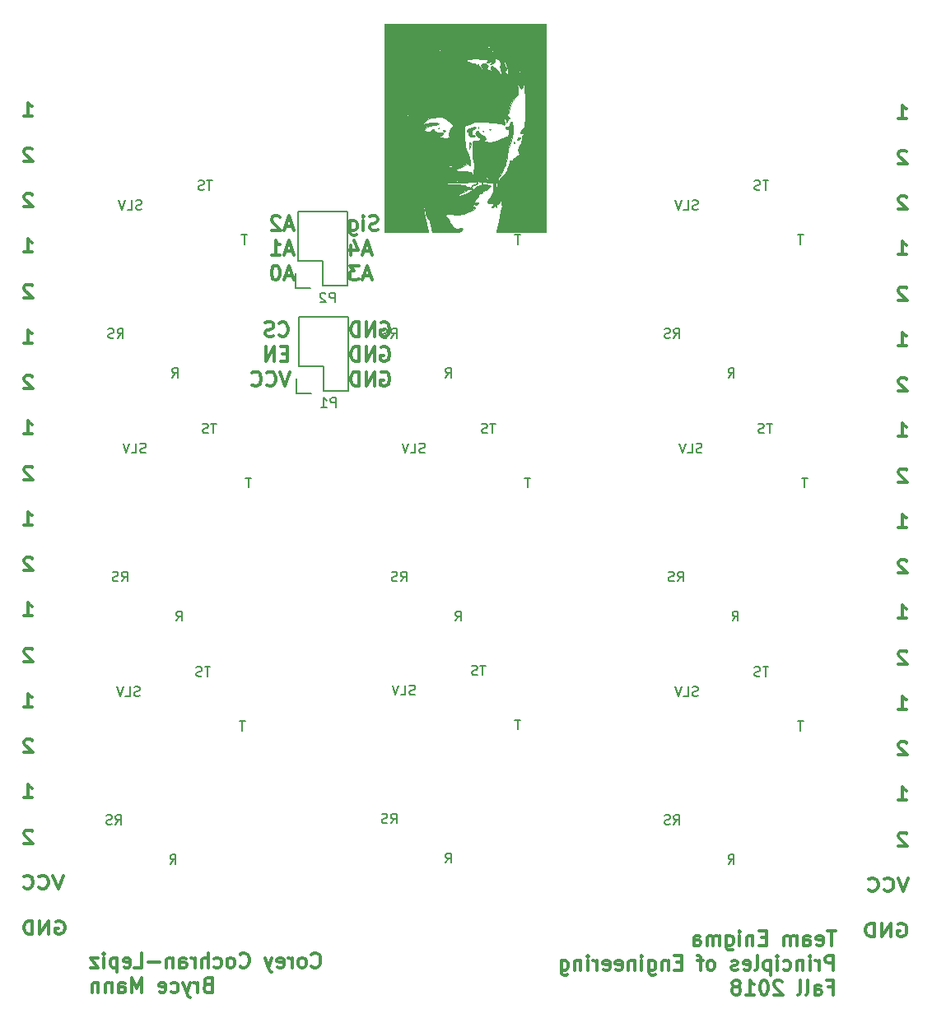
<source format=gbo>
G04 #@! TF.GenerationSoftware,KiCad,Pcbnew,5.0.0-fee4fd1~66~ubuntu18.04.1*
G04 #@! TF.CreationDate,2018-11-16T02:20:25-05:00*
G04 #@! TF.ProjectId,plugboard,706C7567626F6172642E6B696361645F,rev?*
G04 #@! TF.SameCoordinates,Original*
G04 #@! TF.FileFunction,Legend,Bot*
G04 #@! TF.FilePolarity,Positive*
%FSLAX46Y46*%
G04 Gerber Fmt 4.6, Leading zero omitted, Abs format (unit mm)*
G04 Created by KiCad (PCBNEW 5.0.0-fee4fd1~66~ubuntu18.04.1) date Fri Nov 16 02:20:25 2018*
%MOMM*%
%LPD*%
G01*
G04 APERTURE LIST*
%ADD10C,0.300000*%
%ADD11C,0.150000*%
%ADD12C,0.010000*%
G04 APERTURE END LIST*
D10*
X124215571Y-176806714D02*
X124287000Y-176878142D01*
X124501285Y-176949571D01*
X124644142Y-176949571D01*
X124858428Y-176878142D01*
X125001285Y-176735285D01*
X125072714Y-176592428D01*
X125144142Y-176306714D01*
X125144142Y-176092428D01*
X125072714Y-175806714D01*
X125001285Y-175663857D01*
X124858428Y-175521000D01*
X124644142Y-175449571D01*
X124501285Y-175449571D01*
X124287000Y-175521000D01*
X124215571Y-175592428D01*
X123358428Y-176949571D02*
X123501285Y-176878142D01*
X123572714Y-176806714D01*
X123644142Y-176663857D01*
X123644142Y-176235285D01*
X123572714Y-176092428D01*
X123501285Y-176021000D01*
X123358428Y-175949571D01*
X123144142Y-175949571D01*
X123001285Y-176021000D01*
X122929857Y-176092428D01*
X122858428Y-176235285D01*
X122858428Y-176663857D01*
X122929857Y-176806714D01*
X123001285Y-176878142D01*
X123144142Y-176949571D01*
X123358428Y-176949571D01*
X122215571Y-176949571D02*
X122215571Y-175949571D01*
X122215571Y-176235285D02*
X122144142Y-176092428D01*
X122072714Y-176021000D01*
X121929857Y-175949571D01*
X121787000Y-175949571D01*
X120715571Y-176878142D02*
X120858428Y-176949571D01*
X121144142Y-176949571D01*
X121287000Y-176878142D01*
X121358428Y-176735285D01*
X121358428Y-176163857D01*
X121287000Y-176021000D01*
X121144142Y-175949571D01*
X120858428Y-175949571D01*
X120715571Y-176021000D01*
X120644142Y-176163857D01*
X120644142Y-176306714D01*
X121358428Y-176449571D01*
X120144142Y-175949571D02*
X119787000Y-176949571D01*
X119429857Y-175949571D02*
X119787000Y-176949571D01*
X119929857Y-177306714D01*
X120001285Y-177378142D01*
X120144142Y-177449571D01*
X116858428Y-176806714D02*
X116929857Y-176878142D01*
X117144142Y-176949571D01*
X117287000Y-176949571D01*
X117501285Y-176878142D01*
X117644142Y-176735285D01*
X117715571Y-176592428D01*
X117787000Y-176306714D01*
X117787000Y-176092428D01*
X117715571Y-175806714D01*
X117644142Y-175663857D01*
X117501285Y-175521000D01*
X117287000Y-175449571D01*
X117144142Y-175449571D01*
X116929857Y-175521000D01*
X116858428Y-175592428D01*
X116001285Y-176949571D02*
X116144142Y-176878142D01*
X116215571Y-176806714D01*
X116287000Y-176663857D01*
X116287000Y-176235285D01*
X116215571Y-176092428D01*
X116144142Y-176021000D01*
X116001285Y-175949571D01*
X115787000Y-175949571D01*
X115644142Y-176021000D01*
X115572714Y-176092428D01*
X115501285Y-176235285D01*
X115501285Y-176663857D01*
X115572714Y-176806714D01*
X115644142Y-176878142D01*
X115787000Y-176949571D01*
X116001285Y-176949571D01*
X114215571Y-176878142D02*
X114358428Y-176949571D01*
X114644142Y-176949571D01*
X114787000Y-176878142D01*
X114858428Y-176806714D01*
X114929857Y-176663857D01*
X114929857Y-176235285D01*
X114858428Y-176092428D01*
X114787000Y-176021000D01*
X114644142Y-175949571D01*
X114358428Y-175949571D01*
X114215571Y-176021000D01*
X113572714Y-176949571D02*
X113572714Y-175449571D01*
X112929857Y-176949571D02*
X112929857Y-176163857D01*
X113001285Y-176021000D01*
X113144142Y-175949571D01*
X113358428Y-175949571D01*
X113501285Y-176021000D01*
X113572714Y-176092428D01*
X112215571Y-176949571D02*
X112215571Y-175949571D01*
X112215571Y-176235285D02*
X112144142Y-176092428D01*
X112072714Y-176021000D01*
X111929857Y-175949571D01*
X111787000Y-175949571D01*
X110644142Y-176949571D02*
X110644142Y-176163857D01*
X110715571Y-176021000D01*
X110858428Y-175949571D01*
X111144142Y-175949571D01*
X111287000Y-176021000D01*
X110644142Y-176878142D02*
X110787000Y-176949571D01*
X111144142Y-176949571D01*
X111287000Y-176878142D01*
X111358428Y-176735285D01*
X111358428Y-176592428D01*
X111287000Y-176449571D01*
X111144142Y-176378142D01*
X110787000Y-176378142D01*
X110644142Y-176306714D01*
X109929857Y-175949571D02*
X109929857Y-176949571D01*
X109929857Y-176092428D02*
X109858428Y-176021000D01*
X109715571Y-175949571D01*
X109501285Y-175949571D01*
X109358428Y-176021000D01*
X109287000Y-176163857D01*
X109287000Y-176949571D01*
X108572714Y-176378142D02*
X107429857Y-176378142D01*
X106001285Y-176949571D02*
X106715571Y-176949571D01*
X106715571Y-175449571D01*
X104929857Y-176878142D02*
X105072714Y-176949571D01*
X105358428Y-176949571D01*
X105501285Y-176878142D01*
X105572714Y-176735285D01*
X105572714Y-176163857D01*
X105501285Y-176021000D01*
X105358428Y-175949571D01*
X105072714Y-175949571D01*
X104929857Y-176021000D01*
X104858428Y-176163857D01*
X104858428Y-176306714D01*
X105572714Y-176449571D01*
X104215571Y-175949571D02*
X104215571Y-177449571D01*
X104215571Y-176021000D02*
X104072714Y-175949571D01*
X103787000Y-175949571D01*
X103644142Y-176021000D01*
X103572714Y-176092428D01*
X103501285Y-176235285D01*
X103501285Y-176663857D01*
X103572714Y-176806714D01*
X103644142Y-176878142D01*
X103787000Y-176949571D01*
X104072714Y-176949571D01*
X104215571Y-176878142D01*
X102858428Y-176949571D02*
X102858428Y-175949571D01*
X102858428Y-175449571D02*
X102929857Y-175521000D01*
X102858428Y-175592428D01*
X102787000Y-175521000D01*
X102858428Y-175449571D01*
X102858428Y-175592428D01*
X102287000Y-175949571D02*
X101501285Y-175949571D01*
X102287000Y-176949571D01*
X101501285Y-176949571D01*
X113501285Y-178713857D02*
X113287000Y-178785285D01*
X113215571Y-178856714D01*
X113144142Y-178999571D01*
X113144142Y-179213857D01*
X113215571Y-179356714D01*
X113287000Y-179428142D01*
X113429857Y-179499571D01*
X114001285Y-179499571D01*
X114001285Y-177999571D01*
X113501285Y-177999571D01*
X113358428Y-178071000D01*
X113287000Y-178142428D01*
X113215571Y-178285285D01*
X113215571Y-178428142D01*
X113287000Y-178571000D01*
X113358428Y-178642428D01*
X113501285Y-178713857D01*
X114001285Y-178713857D01*
X112501285Y-179499571D02*
X112501285Y-178499571D01*
X112501285Y-178785285D02*
X112429857Y-178642428D01*
X112358428Y-178571000D01*
X112215571Y-178499571D01*
X112072714Y-178499571D01*
X111715571Y-178499571D02*
X111358428Y-179499571D01*
X111001285Y-178499571D02*
X111358428Y-179499571D01*
X111501285Y-179856714D01*
X111572714Y-179928142D01*
X111715571Y-179999571D01*
X109787000Y-179428142D02*
X109929857Y-179499571D01*
X110215571Y-179499571D01*
X110358428Y-179428142D01*
X110429857Y-179356714D01*
X110501285Y-179213857D01*
X110501285Y-178785285D01*
X110429857Y-178642428D01*
X110358428Y-178571000D01*
X110215571Y-178499571D01*
X109929857Y-178499571D01*
X109787000Y-178571000D01*
X108572714Y-179428142D02*
X108715571Y-179499571D01*
X109001285Y-179499571D01*
X109144142Y-179428142D01*
X109215571Y-179285285D01*
X109215571Y-178713857D01*
X109144142Y-178571000D01*
X109001285Y-178499571D01*
X108715571Y-178499571D01*
X108572714Y-178571000D01*
X108501285Y-178713857D01*
X108501285Y-178856714D01*
X109215571Y-178999571D01*
X106715571Y-179499571D02*
X106715571Y-177999571D01*
X106215571Y-179071000D01*
X105715571Y-177999571D01*
X105715571Y-179499571D01*
X104358428Y-179499571D02*
X104358428Y-178713857D01*
X104429857Y-178571000D01*
X104572714Y-178499571D01*
X104858428Y-178499571D01*
X105001285Y-178571000D01*
X104358428Y-179428142D02*
X104501285Y-179499571D01*
X104858428Y-179499571D01*
X105001285Y-179428142D01*
X105072714Y-179285285D01*
X105072714Y-179142428D01*
X105001285Y-178999571D01*
X104858428Y-178928142D01*
X104501285Y-178928142D01*
X104358428Y-178856714D01*
X103644142Y-178499571D02*
X103644142Y-179499571D01*
X103644142Y-178642428D02*
X103572714Y-178571000D01*
X103429857Y-178499571D01*
X103215571Y-178499571D01*
X103072714Y-178571000D01*
X103001285Y-178713857D01*
X103001285Y-179499571D01*
X102287000Y-178499571D02*
X102287000Y-179499571D01*
X102287000Y-178642428D02*
X102215571Y-178571000D01*
X102072714Y-178499571D01*
X101858428Y-178499571D01*
X101715571Y-178571000D01*
X101644142Y-178713857D01*
X101644142Y-179499571D01*
X131385571Y-110619000D02*
X131528428Y-110547571D01*
X131742714Y-110547571D01*
X131957000Y-110619000D01*
X132099857Y-110761857D01*
X132171285Y-110904714D01*
X132242714Y-111190428D01*
X132242714Y-111404714D01*
X132171285Y-111690428D01*
X132099857Y-111833285D01*
X131957000Y-111976142D01*
X131742714Y-112047571D01*
X131599857Y-112047571D01*
X131385571Y-111976142D01*
X131314142Y-111904714D01*
X131314142Y-111404714D01*
X131599857Y-111404714D01*
X130671285Y-112047571D02*
X130671285Y-110547571D01*
X129814142Y-112047571D01*
X129814142Y-110547571D01*
X129099857Y-112047571D02*
X129099857Y-110547571D01*
X128742714Y-110547571D01*
X128528428Y-110619000D01*
X128385571Y-110761857D01*
X128314142Y-110904714D01*
X128242714Y-111190428D01*
X128242714Y-111404714D01*
X128314142Y-111690428D01*
X128385571Y-111833285D01*
X128528428Y-111976142D01*
X128742714Y-112047571D01*
X129099857Y-112047571D01*
X131385571Y-113169000D02*
X131528428Y-113097571D01*
X131742714Y-113097571D01*
X131957000Y-113169000D01*
X132099857Y-113311857D01*
X132171285Y-113454714D01*
X132242714Y-113740428D01*
X132242714Y-113954714D01*
X132171285Y-114240428D01*
X132099857Y-114383285D01*
X131957000Y-114526142D01*
X131742714Y-114597571D01*
X131599857Y-114597571D01*
X131385571Y-114526142D01*
X131314142Y-114454714D01*
X131314142Y-113954714D01*
X131599857Y-113954714D01*
X130671285Y-114597571D02*
X130671285Y-113097571D01*
X129814142Y-114597571D01*
X129814142Y-113097571D01*
X129099857Y-114597571D02*
X129099857Y-113097571D01*
X128742714Y-113097571D01*
X128528428Y-113169000D01*
X128385571Y-113311857D01*
X128314142Y-113454714D01*
X128242714Y-113740428D01*
X128242714Y-113954714D01*
X128314142Y-114240428D01*
X128385571Y-114383285D01*
X128528428Y-114526142D01*
X128742714Y-114597571D01*
X129099857Y-114597571D01*
X131385571Y-115719000D02*
X131528428Y-115647571D01*
X131742714Y-115647571D01*
X131957000Y-115719000D01*
X132099857Y-115861857D01*
X132171285Y-116004714D01*
X132242714Y-116290428D01*
X132242714Y-116504714D01*
X132171285Y-116790428D01*
X132099857Y-116933285D01*
X131957000Y-117076142D01*
X131742714Y-117147571D01*
X131599857Y-117147571D01*
X131385571Y-117076142D01*
X131314142Y-117004714D01*
X131314142Y-116504714D01*
X131599857Y-116504714D01*
X130671285Y-117147571D02*
X130671285Y-115647571D01*
X129814142Y-117147571D01*
X129814142Y-115647571D01*
X129099857Y-117147571D02*
X129099857Y-115647571D01*
X128742714Y-115647571D01*
X128528428Y-115719000D01*
X128385571Y-115861857D01*
X128314142Y-116004714D01*
X128242714Y-116290428D01*
X128242714Y-116504714D01*
X128314142Y-116790428D01*
X128385571Y-116933285D01*
X128528428Y-117076142D01*
X128742714Y-117147571D01*
X129099857Y-117147571D01*
X120891714Y-111904714D02*
X120963142Y-111976142D01*
X121177428Y-112047571D01*
X121320285Y-112047571D01*
X121534571Y-111976142D01*
X121677428Y-111833285D01*
X121748857Y-111690428D01*
X121820285Y-111404714D01*
X121820285Y-111190428D01*
X121748857Y-110904714D01*
X121677428Y-110761857D01*
X121534571Y-110619000D01*
X121320285Y-110547571D01*
X121177428Y-110547571D01*
X120963142Y-110619000D01*
X120891714Y-110690428D01*
X120320285Y-111976142D02*
X120106000Y-112047571D01*
X119748857Y-112047571D01*
X119606000Y-111976142D01*
X119534571Y-111904714D01*
X119463142Y-111761857D01*
X119463142Y-111619000D01*
X119534571Y-111476142D01*
X119606000Y-111404714D01*
X119748857Y-111333285D01*
X120034571Y-111261857D01*
X120177428Y-111190428D01*
X120248857Y-111119000D01*
X120320285Y-110976142D01*
X120320285Y-110833285D01*
X120248857Y-110690428D01*
X120177428Y-110619000D01*
X120034571Y-110547571D01*
X119677428Y-110547571D01*
X119463142Y-110619000D01*
X121748857Y-113811857D02*
X121248857Y-113811857D01*
X121034571Y-114597571D02*
X121748857Y-114597571D01*
X121748857Y-113097571D01*
X121034571Y-113097571D01*
X120391714Y-114597571D02*
X120391714Y-113097571D01*
X119534571Y-114597571D01*
X119534571Y-113097571D01*
X121963142Y-115647571D02*
X121463142Y-117147571D01*
X120963142Y-115647571D01*
X119606000Y-117004714D02*
X119677428Y-117076142D01*
X119891714Y-117147571D01*
X120034571Y-117147571D01*
X120248857Y-117076142D01*
X120391714Y-116933285D01*
X120463142Y-116790428D01*
X120534571Y-116504714D01*
X120534571Y-116290428D01*
X120463142Y-116004714D01*
X120391714Y-115861857D01*
X120248857Y-115719000D01*
X120034571Y-115647571D01*
X119891714Y-115647571D01*
X119677428Y-115719000D01*
X119606000Y-115790428D01*
X118106000Y-117004714D02*
X118177428Y-117076142D01*
X118391714Y-117147571D01*
X118534571Y-117147571D01*
X118748857Y-117076142D01*
X118891714Y-116933285D01*
X118963142Y-116790428D01*
X119034571Y-116504714D01*
X119034571Y-116290428D01*
X118963142Y-116004714D01*
X118891714Y-115861857D01*
X118748857Y-115719000D01*
X118534571Y-115647571D01*
X118391714Y-115647571D01*
X118177428Y-115719000D01*
X118106000Y-115790428D01*
X131044285Y-101054142D02*
X130830000Y-101125571D01*
X130472857Y-101125571D01*
X130330000Y-101054142D01*
X130258571Y-100982714D01*
X130187142Y-100839857D01*
X130187142Y-100697000D01*
X130258571Y-100554142D01*
X130330000Y-100482714D01*
X130472857Y-100411285D01*
X130758571Y-100339857D01*
X130901428Y-100268428D01*
X130972857Y-100197000D01*
X131044285Y-100054142D01*
X131044285Y-99911285D01*
X130972857Y-99768428D01*
X130901428Y-99697000D01*
X130758571Y-99625571D01*
X130401428Y-99625571D01*
X130187142Y-99697000D01*
X129544285Y-101125571D02*
X129544285Y-100125571D01*
X129544285Y-99625571D02*
X129615714Y-99697000D01*
X129544285Y-99768428D01*
X129472857Y-99697000D01*
X129544285Y-99625571D01*
X129544285Y-99768428D01*
X128187142Y-100125571D02*
X128187142Y-101339857D01*
X128258571Y-101482714D01*
X128330000Y-101554142D01*
X128472857Y-101625571D01*
X128687142Y-101625571D01*
X128830000Y-101554142D01*
X128187142Y-101054142D02*
X128330000Y-101125571D01*
X128615714Y-101125571D01*
X128758571Y-101054142D01*
X128830000Y-100982714D01*
X128901428Y-100839857D01*
X128901428Y-100411285D01*
X128830000Y-100268428D01*
X128758571Y-100197000D01*
X128615714Y-100125571D01*
X128330000Y-100125571D01*
X128187142Y-100197000D01*
X130258571Y-103247000D02*
X129544285Y-103247000D01*
X130401428Y-103675571D02*
X129901428Y-102175571D01*
X129401428Y-103675571D01*
X128258571Y-102675571D02*
X128258571Y-103675571D01*
X128615714Y-102104142D02*
X128972857Y-103175571D01*
X128044285Y-103175571D01*
X130258571Y-105797000D02*
X129544285Y-105797000D01*
X130401428Y-106225571D02*
X129901428Y-104725571D01*
X129401428Y-106225571D01*
X129044285Y-104725571D02*
X128115714Y-104725571D01*
X128615714Y-105297000D01*
X128401428Y-105297000D01*
X128258571Y-105368428D01*
X128187142Y-105439857D01*
X128115714Y-105582714D01*
X128115714Y-105939857D01*
X128187142Y-106082714D01*
X128258571Y-106154142D01*
X128401428Y-106225571D01*
X128830000Y-106225571D01*
X128972857Y-106154142D01*
X129044285Y-106082714D01*
X122229428Y-100697000D02*
X121515142Y-100697000D01*
X122372285Y-101125571D02*
X121872285Y-99625571D01*
X121372285Y-101125571D01*
X120943714Y-99768428D02*
X120872285Y-99697000D01*
X120729428Y-99625571D01*
X120372285Y-99625571D01*
X120229428Y-99697000D01*
X120158000Y-99768428D01*
X120086571Y-99911285D01*
X120086571Y-100054142D01*
X120158000Y-100268428D01*
X121015142Y-101125571D01*
X120086571Y-101125571D01*
X122229428Y-103247000D02*
X121515142Y-103247000D01*
X122372285Y-103675571D02*
X121872285Y-102175571D01*
X121372285Y-103675571D01*
X120086571Y-103675571D02*
X120943714Y-103675571D01*
X120515142Y-103675571D02*
X120515142Y-102175571D01*
X120658000Y-102389857D01*
X120800857Y-102532714D01*
X120943714Y-102604142D01*
X122229428Y-105797000D02*
X121515142Y-105797000D01*
X122372285Y-106225571D02*
X121872285Y-104725571D01*
X121372285Y-106225571D01*
X120586571Y-104725571D02*
X120443714Y-104725571D01*
X120300857Y-104797000D01*
X120229428Y-104868428D01*
X120158000Y-105011285D01*
X120086571Y-105297000D01*
X120086571Y-105654142D01*
X120158000Y-105939857D01*
X120229428Y-106082714D01*
X120300857Y-106154142D01*
X120443714Y-106225571D01*
X120586571Y-106225571D01*
X120729428Y-106154142D01*
X120800857Y-106082714D01*
X120872285Y-105939857D01*
X120943714Y-105654142D01*
X120943714Y-105297000D01*
X120872285Y-105011285D01*
X120800857Y-104868428D01*
X120729428Y-104797000D01*
X120586571Y-104725571D01*
X178097142Y-173158571D02*
X177240000Y-173158571D01*
X177668571Y-174658571D02*
X177668571Y-173158571D01*
X176168571Y-174587142D02*
X176311428Y-174658571D01*
X176597142Y-174658571D01*
X176740000Y-174587142D01*
X176811428Y-174444285D01*
X176811428Y-173872857D01*
X176740000Y-173730000D01*
X176597142Y-173658571D01*
X176311428Y-173658571D01*
X176168571Y-173730000D01*
X176097142Y-173872857D01*
X176097142Y-174015714D01*
X176811428Y-174158571D01*
X174811428Y-174658571D02*
X174811428Y-173872857D01*
X174882857Y-173730000D01*
X175025714Y-173658571D01*
X175311428Y-173658571D01*
X175454285Y-173730000D01*
X174811428Y-174587142D02*
X174954285Y-174658571D01*
X175311428Y-174658571D01*
X175454285Y-174587142D01*
X175525714Y-174444285D01*
X175525714Y-174301428D01*
X175454285Y-174158571D01*
X175311428Y-174087142D01*
X174954285Y-174087142D01*
X174811428Y-174015714D01*
X174097142Y-174658571D02*
X174097142Y-173658571D01*
X174097142Y-173801428D02*
X174025714Y-173730000D01*
X173882857Y-173658571D01*
X173668571Y-173658571D01*
X173525714Y-173730000D01*
X173454285Y-173872857D01*
X173454285Y-174658571D01*
X173454285Y-173872857D02*
X173382857Y-173730000D01*
X173240000Y-173658571D01*
X173025714Y-173658571D01*
X172882857Y-173730000D01*
X172811428Y-173872857D01*
X172811428Y-174658571D01*
X170954285Y-173872857D02*
X170454285Y-173872857D01*
X170240000Y-174658571D02*
X170954285Y-174658571D01*
X170954285Y-173158571D01*
X170240000Y-173158571D01*
X169597142Y-173658571D02*
X169597142Y-174658571D01*
X169597142Y-173801428D02*
X169525714Y-173730000D01*
X169382857Y-173658571D01*
X169168571Y-173658571D01*
X169025714Y-173730000D01*
X168954285Y-173872857D01*
X168954285Y-174658571D01*
X168240000Y-174658571D02*
X168240000Y-173658571D01*
X168240000Y-173158571D02*
X168311428Y-173230000D01*
X168240000Y-173301428D01*
X168168571Y-173230000D01*
X168240000Y-173158571D01*
X168240000Y-173301428D01*
X166882857Y-173658571D02*
X166882857Y-174872857D01*
X166954285Y-175015714D01*
X167025714Y-175087142D01*
X167168571Y-175158571D01*
X167382857Y-175158571D01*
X167525714Y-175087142D01*
X166882857Y-174587142D02*
X167025714Y-174658571D01*
X167311428Y-174658571D01*
X167454285Y-174587142D01*
X167525714Y-174515714D01*
X167597142Y-174372857D01*
X167597142Y-173944285D01*
X167525714Y-173801428D01*
X167454285Y-173730000D01*
X167311428Y-173658571D01*
X167025714Y-173658571D01*
X166882857Y-173730000D01*
X166168571Y-174658571D02*
X166168571Y-173658571D01*
X166168571Y-173801428D02*
X166097142Y-173730000D01*
X165954285Y-173658571D01*
X165740000Y-173658571D01*
X165597142Y-173730000D01*
X165525714Y-173872857D01*
X165525714Y-174658571D01*
X165525714Y-173872857D02*
X165454285Y-173730000D01*
X165311428Y-173658571D01*
X165097142Y-173658571D01*
X164954285Y-173730000D01*
X164882857Y-173872857D01*
X164882857Y-174658571D01*
X163525714Y-174658571D02*
X163525714Y-173872857D01*
X163597142Y-173730000D01*
X163740000Y-173658571D01*
X164025714Y-173658571D01*
X164168571Y-173730000D01*
X163525714Y-174587142D02*
X163668571Y-174658571D01*
X164025714Y-174658571D01*
X164168571Y-174587142D01*
X164240000Y-174444285D01*
X164240000Y-174301428D01*
X164168571Y-174158571D01*
X164025714Y-174087142D01*
X163668571Y-174087142D01*
X163525714Y-174015714D01*
X177882857Y-177208571D02*
X177882857Y-175708571D01*
X177311428Y-175708571D01*
X177168571Y-175780000D01*
X177097142Y-175851428D01*
X177025714Y-175994285D01*
X177025714Y-176208571D01*
X177097142Y-176351428D01*
X177168571Y-176422857D01*
X177311428Y-176494285D01*
X177882857Y-176494285D01*
X176382857Y-177208571D02*
X176382857Y-176208571D01*
X176382857Y-176494285D02*
X176311428Y-176351428D01*
X176240000Y-176280000D01*
X176097142Y-176208571D01*
X175954285Y-176208571D01*
X175454285Y-177208571D02*
X175454285Y-176208571D01*
X175454285Y-175708571D02*
X175525714Y-175780000D01*
X175454285Y-175851428D01*
X175382857Y-175780000D01*
X175454285Y-175708571D01*
X175454285Y-175851428D01*
X174740000Y-176208571D02*
X174740000Y-177208571D01*
X174740000Y-176351428D02*
X174668571Y-176280000D01*
X174525714Y-176208571D01*
X174311428Y-176208571D01*
X174168571Y-176280000D01*
X174097142Y-176422857D01*
X174097142Y-177208571D01*
X172740000Y-177137142D02*
X172882857Y-177208571D01*
X173168571Y-177208571D01*
X173311428Y-177137142D01*
X173382857Y-177065714D01*
X173454285Y-176922857D01*
X173454285Y-176494285D01*
X173382857Y-176351428D01*
X173311428Y-176280000D01*
X173168571Y-176208571D01*
X172882857Y-176208571D01*
X172740000Y-176280000D01*
X172097142Y-177208571D02*
X172097142Y-176208571D01*
X172097142Y-175708571D02*
X172168571Y-175780000D01*
X172097142Y-175851428D01*
X172025714Y-175780000D01*
X172097142Y-175708571D01*
X172097142Y-175851428D01*
X171382857Y-176208571D02*
X171382857Y-177708571D01*
X171382857Y-176280000D02*
X171240000Y-176208571D01*
X170954285Y-176208571D01*
X170811428Y-176280000D01*
X170740000Y-176351428D01*
X170668571Y-176494285D01*
X170668571Y-176922857D01*
X170740000Y-177065714D01*
X170811428Y-177137142D01*
X170954285Y-177208571D01*
X171240000Y-177208571D01*
X171382857Y-177137142D01*
X169811428Y-177208571D02*
X169954285Y-177137142D01*
X170025714Y-176994285D01*
X170025714Y-175708571D01*
X168668571Y-177137142D02*
X168811428Y-177208571D01*
X169097142Y-177208571D01*
X169240000Y-177137142D01*
X169311428Y-176994285D01*
X169311428Y-176422857D01*
X169240000Y-176280000D01*
X169097142Y-176208571D01*
X168811428Y-176208571D01*
X168668571Y-176280000D01*
X168597142Y-176422857D01*
X168597142Y-176565714D01*
X169311428Y-176708571D01*
X168025714Y-177137142D02*
X167882857Y-177208571D01*
X167597142Y-177208571D01*
X167454285Y-177137142D01*
X167382857Y-176994285D01*
X167382857Y-176922857D01*
X167454285Y-176780000D01*
X167597142Y-176708571D01*
X167811428Y-176708571D01*
X167954285Y-176637142D01*
X168025714Y-176494285D01*
X168025714Y-176422857D01*
X167954285Y-176280000D01*
X167811428Y-176208571D01*
X167597142Y-176208571D01*
X167454285Y-176280000D01*
X165382857Y-177208571D02*
X165525714Y-177137142D01*
X165597142Y-177065714D01*
X165668571Y-176922857D01*
X165668571Y-176494285D01*
X165597142Y-176351428D01*
X165525714Y-176280000D01*
X165382857Y-176208571D01*
X165168571Y-176208571D01*
X165025714Y-176280000D01*
X164954285Y-176351428D01*
X164882857Y-176494285D01*
X164882857Y-176922857D01*
X164954285Y-177065714D01*
X165025714Y-177137142D01*
X165168571Y-177208571D01*
X165382857Y-177208571D01*
X164454285Y-176208571D02*
X163882857Y-176208571D01*
X164240000Y-177208571D02*
X164240000Y-175922857D01*
X164168571Y-175780000D01*
X164025714Y-175708571D01*
X163882857Y-175708571D01*
X162240000Y-176422857D02*
X161740000Y-176422857D01*
X161525714Y-177208571D02*
X162240000Y-177208571D01*
X162240000Y-175708571D01*
X161525714Y-175708571D01*
X160882857Y-176208571D02*
X160882857Y-177208571D01*
X160882857Y-176351428D02*
X160811428Y-176280000D01*
X160668571Y-176208571D01*
X160454285Y-176208571D01*
X160311428Y-176280000D01*
X160240000Y-176422857D01*
X160240000Y-177208571D01*
X158882857Y-176208571D02*
X158882857Y-177422857D01*
X158954285Y-177565714D01*
X159025714Y-177637142D01*
X159168571Y-177708571D01*
X159382857Y-177708571D01*
X159525714Y-177637142D01*
X158882857Y-177137142D02*
X159025714Y-177208571D01*
X159311428Y-177208571D01*
X159454285Y-177137142D01*
X159525714Y-177065714D01*
X159597142Y-176922857D01*
X159597142Y-176494285D01*
X159525714Y-176351428D01*
X159454285Y-176280000D01*
X159311428Y-176208571D01*
X159025714Y-176208571D01*
X158882857Y-176280000D01*
X158168571Y-177208571D02*
X158168571Y-176208571D01*
X158168571Y-175708571D02*
X158240000Y-175780000D01*
X158168571Y-175851428D01*
X158097142Y-175780000D01*
X158168571Y-175708571D01*
X158168571Y-175851428D01*
X157454285Y-176208571D02*
X157454285Y-177208571D01*
X157454285Y-176351428D02*
X157382857Y-176280000D01*
X157240000Y-176208571D01*
X157025714Y-176208571D01*
X156882857Y-176280000D01*
X156811428Y-176422857D01*
X156811428Y-177208571D01*
X155525714Y-177137142D02*
X155668571Y-177208571D01*
X155954285Y-177208571D01*
X156097142Y-177137142D01*
X156168571Y-176994285D01*
X156168571Y-176422857D01*
X156097142Y-176280000D01*
X155954285Y-176208571D01*
X155668571Y-176208571D01*
X155525714Y-176280000D01*
X155454285Y-176422857D01*
X155454285Y-176565714D01*
X156168571Y-176708571D01*
X154240000Y-177137142D02*
X154382857Y-177208571D01*
X154668571Y-177208571D01*
X154811428Y-177137142D01*
X154882857Y-176994285D01*
X154882857Y-176422857D01*
X154811428Y-176280000D01*
X154668571Y-176208571D01*
X154382857Y-176208571D01*
X154240000Y-176280000D01*
X154168571Y-176422857D01*
X154168571Y-176565714D01*
X154882857Y-176708571D01*
X153525714Y-177208571D02*
X153525714Y-176208571D01*
X153525714Y-176494285D02*
X153454285Y-176351428D01*
X153382857Y-176280000D01*
X153240000Y-176208571D01*
X153097142Y-176208571D01*
X152597142Y-177208571D02*
X152597142Y-176208571D01*
X152597142Y-175708571D02*
X152668571Y-175780000D01*
X152597142Y-175851428D01*
X152525714Y-175780000D01*
X152597142Y-175708571D01*
X152597142Y-175851428D01*
X151882857Y-176208571D02*
X151882857Y-177208571D01*
X151882857Y-176351428D02*
X151811428Y-176280000D01*
X151668571Y-176208571D01*
X151454285Y-176208571D01*
X151311428Y-176280000D01*
X151240000Y-176422857D01*
X151240000Y-177208571D01*
X149882857Y-176208571D02*
X149882857Y-177422857D01*
X149954285Y-177565714D01*
X150025714Y-177637142D01*
X150168571Y-177708571D01*
X150382857Y-177708571D01*
X150525714Y-177637142D01*
X149882857Y-177137142D02*
X150025714Y-177208571D01*
X150311428Y-177208571D01*
X150454285Y-177137142D01*
X150525714Y-177065714D01*
X150597142Y-176922857D01*
X150597142Y-176494285D01*
X150525714Y-176351428D01*
X150454285Y-176280000D01*
X150311428Y-176208571D01*
X150025714Y-176208571D01*
X149882857Y-176280000D01*
X177382857Y-178972857D02*
X177882857Y-178972857D01*
X177882857Y-179758571D02*
X177882857Y-178258571D01*
X177168571Y-178258571D01*
X175954285Y-179758571D02*
X175954285Y-178972857D01*
X176025714Y-178830000D01*
X176168571Y-178758571D01*
X176454285Y-178758571D01*
X176597142Y-178830000D01*
X175954285Y-179687142D02*
X176097142Y-179758571D01*
X176454285Y-179758571D01*
X176597142Y-179687142D01*
X176668571Y-179544285D01*
X176668571Y-179401428D01*
X176597142Y-179258571D01*
X176454285Y-179187142D01*
X176097142Y-179187142D01*
X175954285Y-179115714D01*
X175025714Y-179758571D02*
X175168571Y-179687142D01*
X175240000Y-179544285D01*
X175240000Y-178258571D01*
X174240000Y-179758571D02*
X174382857Y-179687142D01*
X174454285Y-179544285D01*
X174454285Y-178258571D01*
X172597142Y-178401428D02*
X172525714Y-178330000D01*
X172382857Y-178258571D01*
X172025714Y-178258571D01*
X171882857Y-178330000D01*
X171811428Y-178401428D01*
X171740000Y-178544285D01*
X171740000Y-178687142D01*
X171811428Y-178901428D01*
X172668571Y-179758571D01*
X171740000Y-179758571D01*
X170811428Y-178258571D02*
X170668571Y-178258571D01*
X170525714Y-178330000D01*
X170454285Y-178401428D01*
X170382857Y-178544285D01*
X170311428Y-178830000D01*
X170311428Y-179187142D01*
X170382857Y-179472857D01*
X170454285Y-179615714D01*
X170525714Y-179687142D01*
X170668571Y-179758571D01*
X170811428Y-179758571D01*
X170954285Y-179687142D01*
X171025714Y-179615714D01*
X171097142Y-179472857D01*
X171168571Y-179187142D01*
X171168571Y-178830000D01*
X171097142Y-178544285D01*
X171025714Y-178401428D01*
X170954285Y-178330000D01*
X170811428Y-178258571D01*
X168882857Y-179758571D02*
X169740000Y-179758571D01*
X169311428Y-179758571D02*
X169311428Y-178258571D01*
X169454285Y-178472857D01*
X169597142Y-178615714D01*
X169740000Y-178687142D01*
X168025714Y-178901428D02*
X168168571Y-178830000D01*
X168240000Y-178758571D01*
X168311428Y-178615714D01*
X168311428Y-178544285D01*
X168240000Y-178401428D01*
X168168571Y-178330000D01*
X168025714Y-178258571D01*
X167740000Y-178258571D01*
X167597142Y-178330000D01*
X167525714Y-178401428D01*
X167454285Y-178544285D01*
X167454285Y-178615714D01*
X167525714Y-178758571D01*
X167597142Y-178830000D01*
X167740000Y-178901428D01*
X168025714Y-178901428D01*
X168168571Y-178972857D01*
X168240000Y-179044285D01*
X168311428Y-179187142D01*
X168311428Y-179472857D01*
X168240000Y-179615714D01*
X168168571Y-179687142D01*
X168025714Y-179758571D01*
X167740000Y-179758571D01*
X167597142Y-179687142D01*
X167525714Y-179615714D01*
X167454285Y-179472857D01*
X167454285Y-179187142D01*
X167525714Y-179044285D01*
X167597142Y-178972857D01*
X167740000Y-178901428D01*
X184523476Y-89588440D02*
X185430619Y-89588440D01*
X184977047Y-89588440D02*
X184977047Y-88229540D01*
X185128238Y-88423669D01*
X185279428Y-88553088D01*
X185430619Y-88617797D01*
X185430619Y-93035659D02*
X185355023Y-92970950D01*
X185203833Y-92906240D01*
X184825857Y-92906240D01*
X184674666Y-92970950D01*
X184599071Y-93035659D01*
X184523476Y-93165078D01*
X184523476Y-93294497D01*
X184599071Y-93488626D01*
X185506214Y-94265140D01*
X184523476Y-94265140D01*
X185430619Y-97712359D02*
X185355023Y-97647650D01*
X185203833Y-97582940D01*
X184825857Y-97582940D01*
X184674666Y-97647650D01*
X184599071Y-97712359D01*
X184523476Y-97841778D01*
X184523476Y-97971197D01*
X184599071Y-98165326D01*
X185506214Y-98941840D01*
X184523476Y-98941840D01*
X184523476Y-103618540D02*
X185430619Y-103618540D01*
X184977047Y-103618540D02*
X184977047Y-102259640D01*
X185128238Y-102453769D01*
X185279428Y-102583188D01*
X185430619Y-102647897D01*
X185430619Y-107065759D02*
X185355023Y-107001050D01*
X185203833Y-106936340D01*
X184825857Y-106936340D01*
X184674666Y-107001050D01*
X184599071Y-107065759D01*
X184523476Y-107195178D01*
X184523476Y-107324597D01*
X184599071Y-107518726D01*
X185506214Y-108295240D01*
X184523476Y-108295240D01*
X184523476Y-112971940D02*
X185430619Y-112971940D01*
X184977047Y-112971940D02*
X184977047Y-111613040D01*
X185128238Y-111807169D01*
X185279428Y-111936588D01*
X185430619Y-112001297D01*
X185430619Y-116419159D02*
X185355023Y-116354450D01*
X185203833Y-116289740D01*
X184825857Y-116289740D01*
X184674666Y-116354450D01*
X184599071Y-116419159D01*
X184523476Y-116548578D01*
X184523476Y-116677997D01*
X184599071Y-116872126D01*
X185506214Y-117648640D01*
X184523476Y-117648640D01*
X184523476Y-122325340D02*
X185430619Y-122325340D01*
X184977047Y-122325340D02*
X184977047Y-120966440D01*
X185128238Y-121160569D01*
X185279428Y-121289988D01*
X185430619Y-121354697D01*
X185430619Y-125772559D02*
X185355023Y-125707850D01*
X185203833Y-125643140D01*
X184825857Y-125643140D01*
X184674666Y-125707850D01*
X184599071Y-125772559D01*
X184523476Y-125901978D01*
X184523476Y-126031397D01*
X184599071Y-126225526D01*
X185506214Y-127002040D01*
X184523476Y-127002040D01*
X184523476Y-131678740D02*
X185430619Y-131678740D01*
X184977047Y-131678740D02*
X184977047Y-130319840D01*
X185128238Y-130513969D01*
X185279428Y-130643388D01*
X185430619Y-130708097D01*
X185430619Y-135125959D02*
X185355023Y-135061250D01*
X185203833Y-134996540D01*
X184825857Y-134996540D01*
X184674666Y-135061250D01*
X184599071Y-135125959D01*
X184523476Y-135255378D01*
X184523476Y-135384797D01*
X184599071Y-135578926D01*
X185506214Y-136355440D01*
X184523476Y-136355440D01*
X184523476Y-141032140D02*
X185430619Y-141032140D01*
X184977047Y-141032140D02*
X184977047Y-139673240D01*
X185128238Y-139867369D01*
X185279428Y-139996788D01*
X185430619Y-140061497D01*
X185430619Y-144479359D02*
X185355023Y-144414650D01*
X185203833Y-144349940D01*
X184825857Y-144349940D01*
X184674666Y-144414650D01*
X184599071Y-144479359D01*
X184523476Y-144608778D01*
X184523476Y-144738197D01*
X184599071Y-144932326D01*
X185506214Y-145708840D01*
X184523476Y-145708840D01*
X184523476Y-150385540D02*
X185430619Y-150385540D01*
X184977047Y-150385540D02*
X184977047Y-149026640D01*
X185128238Y-149220769D01*
X185279428Y-149350188D01*
X185430619Y-149414897D01*
X185430619Y-153832759D02*
X185355023Y-153768050D01*
X185203833Y-153703340D01*
X184825857Y-153703340D01*
X184674666Y-153768050D01*
X184599071Y-153832759D01*
X184523476Y-153962178D01*
X184523476Y-154091597D01*
X184599071Y-154285726D01*
X185506214Y-155062240D01*
X184523476Y-155062240D01*
X184523476Y-159738940D02*
X185430619Y-159738940D01*
X184977047Y-159738940D02*
X184977047Y-158380040D01*
X185128238Y-158574169D01*
X185279428Y-158703588D01*
X185430619Y-158768297D01*
X185430619Y-163186159D02*
X185355023Y-163121450D01*
X185203833Y-163056740D01*
X184825857Y-163056740D01*
X184674666Y-163121450D01*
X184599071Y-163186159D01*
X184523476Y-163315578D01*
X184523476Y-163444997D01*
X184599071Y-163639126D01*
X185506214Y-164415640D01*
X184523476Y-164415640D01*
X185581809Y-167733440D02*
X185052642Y-169092340D01*
X184523476Y-167733440D01*
X183087166Y-168962921D02*
X183162761Y-169027630D01*
X183389547Y-169092340D01*
X183540738Y-169092340D01*
X183767523Y-169027630D01*
X183918714Y-168898211D01*
X183994309Y-168768792D01*
X184069904Y-168509954D01*
X184069904Y-168315826D01*
X183994309Y-168056988D01*
X183918714Y-167927569D01*
X183767523Y-167798150D01*
X183540738Y-167733440D01*
X183389547Y-167733440D01*
X183162761Y-167798150D01*
X183087166Y-167862859D01*
X181499666Y-168962921D02*
X181575261Y-169027630D01*
X181802047Y-169092340D01*
X181953238Y-169092340D01*
X182180023Y-169027630D01*
X182331214Y-168898211D01*
X182406809Y-168768792D01*
X182482404Y-168509954D01*
X182482404Y-168315826D01*
X182406809Y-168056988D01*
X182331214Y-167927569D01*
X182180023Y-167798150D01*
X181953238Y-167733440D01*
X181802047Y-167733440D01*
X181575261Y-167798150D01*
X181499666Y-167862859D01*
X184523476Y-172474850D02*
X184674666Y-172410140D01*
X184901452Y-172410140D01*
X185128238Y-172474850D01*
X185279428Y-172604269D01*
X185355023Y-172733688D01*
X185430619Y-172992526D01*
X185430619Y-173186654D01*
X185355023Y-173445492D01*
X185279428Y-173574911D01*
X185128238Y-173704330D01*
X184901452Y-173769040D01*
X184750261Y-173769040D01*
X184523476Y-173704330D01*
X184447880Y-173639621D01*
X184447880Y-173186654D01*
X184750261Y-173186654D01*
X183767523Y-173769040D02*
X183767523Y-172410140D01*
X182860380Y-173769040D01*
X182860380Y-172410140D01*
X182104428Y-173769040D02*
X182104428Y-172410140D01*
X181726452Y-172410140D01*
X181499666Y-172474850D01*
X181348476Y-172604269D01*
X181272880Y-172733688D01*
X181197285Y-172992526D01*
X181197285Y-173186654D01*
X181272880Y-173445492D01*
X181348476Y-173574911D01*
X181499666Y-173704330D01*
X181726452Y-173769040D01*
X182104428Y-173769040D01*
X94604380Y-89334440D02*
X95511523Y-89334440D01*
X95057952Y-89334440D02*
X95057952Y-87975540D01*
X95209142Y-88169669D01*
X95360333Y-88299088D01*
X95511523Y-88363797D01*
X95511523Y-92781659D02*
X95435928Y-92716950D01*
X95284738Y-92652240D01*
X94906761Y-92652240D01*
X94755571Y-92716950D01*
X94679976Y-92781659D01*
X94604380Y-92911078D01*
X94604380Y-93040497D01*
X94679976Y-93234626D01*
X95587119Y-94011140D01*
X94604380Y-94011140D01*
X95511523Y-97458359D02*
X95435928Y-97393650D01*
X95284738Y-97328940D01*
X94906761Y-97328940D01*
X94755571Y-97393650D01*
X94679976Y-97458359D01*
X94604380Y-97587778D01*
X94604380Y-97717197D01*
X94679976Y-97911326D01*
X95587119Y-98687840D01*
X94604380Y-98687840D01*
X94604380Y-103364540D02*
X95511523Y-103364540D01*
X95057952Y-103364540D02*
X95057952Y-102005640D01*
X95209142Y-102199769D01*
X95360333Y-102329188D01*
X95511523Y-102393897D01*
X95511523Y-106811759D02*
X95435928Y-106747050D01*
X95284738Y-106682340D01*
X94906761Y-106682340D01*
X94755571Y-106747050D01*
X94679976Y-106811759D01*
X94604380Y-106941178D01*
X94604380Y-107070597D01*
X94679976Y-107264726D01*
X95587119Y-108041240D01*
X94604380Y-108041240D01*
X94604380Y-112717940D02*
X95511523Y-112717940D01*
X95057952Y-112717940D02*
X95057952Y-111359040D01*
X95209142Y-111553169D01*
X95360333Y-111682588D01*
X95511523Y-111747297D01*
X95511523Y-116165159D02*
X95435928Y-116100450D01*
X95284738Y-116035740D01*
X94906761Y-116035740D01*
X94755571Y-116100450D01*
X94679976Y-116165159D01*
X94604380Y-116294578D01*
X94604380Y-116423997D01*
X94679976Y-116618126D01*
X95587119Y-117394640D01*
X94604380Y-117394640D01*
X94604380Y-122071340D02*
X95511523Y-122071340D01*
X95057952Y-122071340D02*
X95057952Y-120712440D01*
X95209142Y-120906569D01*
X95360333Y-121035988D01*
X95511523Y-121100697D01*
X95511523Y-125518559D02*
X95435928Y-125453850D01*
X95284738Y-125389140D01*
X94906761Y-125389140D01*
X94755571Y-125453850D01*
X94679976Y-125518559D01*
X94604380Y-125647978D01*
X94604380Y-125777397D01*
X94679976Y-125971526D01*
X95587119Y-126748040D01*
X94604380Y-126748040D01*
X94604380Y-131424740D02*
X95511523Y-131424740D01*
X95057952Y-131424740D02*
X95057952Y-130065840D01*
X95209142Y-130259969D01*
X95360333Y-130389388D01*
X95511523Y-130454097D01*
X95511523Y-134871959D02*
X95435928Y-134807250D01*
X95284738Y-134742540D01*
X94906761Y-134742540D01*
X94755571Y-134807250D01*
X94679976Y-134871959D01*
X94604380Y-135001378D01*
X94604380Y-135130797D01*
X94679976Y-135324926D01*
X95587119Y-136101440D01*
X94604380Y-136101440D01*
X94604380Y-140778140D02*
X95511523Y-140778140D01*
X95057952Y-140778140D02*
X95057952Y-139419240D01*
X95209142Y-139613369D01*
X95360333Y-139742788D01*
X95511523Y-139807497D01*
X95511523Y-144225359D02*
X95435928Y-144160650D01*
X95284738Y-144095940D01*
X94906761Y-144095940D01*
X94755571Y-144160650D01*
X94679976Y-144225359D01*
X94604380Y-144354778D01*
X94604380Y-144484197D01*
X94679976Y-144678326D01*
X95587119Y-145454840D01*
X94604380Y-145454840D01*
X94604380Y-150131540D02*
X95511523Y-150131540D01*
X95057952Y-150131540D02*
X95057952Y-148772640D01*
X95209142Y-148966769D01*
X95360333Y-149096188D01*
X95511523Y-149160897D01*
X95511523Y-153578759D02*
X95435928Y-153514050D01*
X95284738Y-153449340D01*
X94906761Y-153449340D01*
X94755571Y-153514050D01*
X94679976Y-153578759D01*
X94604380Y-153708178D01*
X94604380Y-153837597D01*
X94679976Y-154031726D01*
X95587119Y-154808240D01*
X94604380Y-154808240D01*
X94604380Y-159484940D02*
X95511523Y-159484940D01*
X95057952Y-159484940D02*
X95057952Y-158126040D01*
X95209142Y-158320169D01*
X95360333Y-158449588D01*
X95511523Y-158514297D01*
X95511523Y-162932159D02*
X95435928Y-162867450D01*
X95284738Y-162802740D01*
X94906761Y-162802740D01*
X94755571Y-162867450D01*
X94679976Y-162932159D01*
X94604380Y-163061578D01*
X94604380Y-163190997D01*
X94679976Y-163385126D01*
X95587119Y-164161640D01*
X94604380Y-164161640D01*
X98686523Y-167479440D02*
X98157357Y-168838340D01*
X97628190Y-167479440D01*
X96191880Y-168708921D02*
X96267476Y-168773630D01*
X96494261Y-168838340D01*
X96645452Y-168838340D01*
X96872238Y-168773630D01*
X97023428Y-168644211D01*
X97099023Y-168514792D01*
X97174619Y-168255954D01*
X97174619Y-168061826D01*
X97099023Y-167802988D01*
X97023428Y-167673569D01*
X96872238Y-167544150D01*
X96645452Y-167479440D01*
X96494261Y-167479440D01*
X96267476Y-167544150D01*
X96191880Y-167608859D01*
X94604380Y-168708921D02*
X94679976Y-168773630D01*
X94906761Y-168838340D01*
X95057952Y-168838340D01*
X95284738Y-168773630D01*
X95435928Y-168644211D01*
X95511523Y-168514792D01*
X95587119Y-168255954D01*
X95587119Y-168061826D01*
X95511523Y-167802988D01*
X95435928Y-167673569D01*
X95284738Y-167544150D01*
X95057952Y-167479440D01*
X94906761Y-167479440D01*
X94679976Y-167544150D01*
X94604380Y-167608859D01*
X97930571Y-172220850D02*
X98081761Y-172156140D01*
X98308547Y-172156140D01*
X98535333Y-172220850D01*
X98686523Y-172350269D01*
X98762119Y-172479688D01*
X98837714Y-172738526D01*
X98837714Y-172932654D01*
X98762119Y-173191492D01*
X98686523Y-173320911D01*
X98535333Y-173450330D01*
X98308547Y-173515040D01*
X98157357Y-173515040D01*
X97930571Y-173450330D01*
X97854976Y-173385621D01*
X97854976Y-172932654D01*
X98157357Y-172932654D01*
X97174619Y-173515040D02*
X97174619Y-172156140D01*
X96267476Y-173515040D01*
X96267476Y-172156140D01*
X95511523Y-173515040D02*
X95511523Y-172156140D01*
X95133547Y-172156140D01*
X94906761Y-172220850D01*
X94755571Y-172350269D01*
X94679976Y-172479688D01*
X94604380Y-172738526D01*
X94604380Y-172932654D01*
X94679976Y-173191492D01*
X94755571Y-173320911D01*
X94906761Y-173450330D01*
X95133547Y-173515040D01*
X95511523Y-173515040D01*
D11*
G04 #@! TO.C,P1*
X122936000Y-115062000D02*
X122936000Y-109982000D01*
X122656000Y-117882000D02*
X124206000Y-117882000D01*
X125476000Y-117602000D02*
X125476000Y-115062000D01*
X125476000Y-115062000D02*
X122936000Y-115062000D01*
X122936000Y-109982000D02*
X128016000Y-109982000D01*
X128016000Y-109982000D02*
X128016000Y-115062000D01*
X122656000Y-117882000D02*
X122656000Y-116332000D01*
X128016000Y-117602000D02*
X125476000Y-117602000D01*
X128016000Y-115062000D02*
X128016000Y-117602000D01*
G04 #@! TO.C,P2*
X127889000Y-104267000D02*
X127889000Y-106807000D01*
X127889000Y-106807000D02*
X125349000Y-106807000D01*
X122529000Y-107087000D02*
X122529000Y-105537000D01*
X127889000Y-99187000D02*
X127889000Y-104267000D01*
X122809000Y-99187000D02*
X127889000Y-99187000D01*
X125349000Y-104267000D02*
X122809000Y-104267000D01*
X125349000Y-106807000D02*
X125349000Y-104267000D01*
X122529000Y-107087000D02*
X124079000Y-107087000D01*
X122809000Y-104267000D02*
X122809000Y-99187000D01*
D12*
G04 #@! TO.C,G\002A\002A\002A*
G36*
X137236200Y-90601800D02*
X137287000Y-90652600D01*
X137337800Y-90601800D01*
X137287000Y-90551000D01*
X137236200Y-90601800D01*
X137236200Y-90601800D01*
G37*
X137236200Y-90601800D02*
X137287000Y-90652600D01*
X137337800Y-90601800D01*
X137287000Y-90551000D01*
X137236200Y-90601800D01*
G36*
X137747153Y-90831515D02*
X137744200Y-90855800D01*
X137821516Y-90954447D01*
X137845800Y-90957400D01*
X137944448Y-90880084D01*
X137947400Y-90855800D01*
X137870085Y-90757152D01*
X137845800Y-90754200D01*
X137747153Y-90831515D01*
X137747153Y-90831515D01*
G37*
X137747153Y-90831515D02*
X137744200Y-90855800D01*
X137821516Y-90954447D01*
X137845800Y-90957400D01*
X137944448Y-90880084D01*
X137947400Y-90855800D01*
X137870085Y-90757152D01*
X137845800Y-90754200D01*
X137747153Y-90831515D01*
G36*
X141334067Y-90483266D02*
X141321908Y-90603842D01*
X141334067Y-90618733D01*
X141394468Y-90604786D01*
X141401800Y-90551000D01*
X141364627Y-90467371D01*
X141334067Y-90483266D01*
X141334067Y-90483266D01*
G37*
X141334067Y-90483266D02*
X141321908Y-90603842D01*
X141334067Y-90618733D01*
X141394468Y-90604786D01*
X141401800Y-90551000D01*
X141364627Y-90467371D01*
X141334067Y-90483266D01*
G36*
X142451667Y-90686466D02*
X142465614Y-90746867D01*
X142519400Y-90754200D01*
X142603029Y-90717026D01*
X142587134Y-90686466D01*
X142466558Y-90674307D01*
X142451667Y-90686466D01*
X142451667Y-90686466D01*
G37*
X142451667Y-90686466D02*
X142465614Y-90746867D01*
X142519400Y-90754200D01*
X142603029Y-90717026D01*
X142587134Y-90686466D01*
X142466558Y-90674307D01*
X142451667Y-90686466D01*
G36*
X141808200Y-90906600D02*
X141859000Y-90957400D01*
X141909800Y-90906600D01*
X141859000Y-90855800D01*
X141808200Y-90906600D01*
X141808200Y-90906600D01*
G37*
X141808200Y-90906600D02*
X141859000Y-90957400D01*
X141909800Y-90906600D01*
X141859000Y-90855800D01*
X141808200Y-90906600D01*
G36*
X140919200Y-90488528D02*
X140684988Y-90552321D01*
X140462000Y-90607989D01*
X140282947Y-90696422D01*
X140182670Y-90822840D01*
X140191299Y-90928033D01*
X140284200Y-90957400D01*
X140360576Y-91044347D01*
X140385800Y-91211400D01*
X140418605Y-91392926D01*
X140558055Y-91459334D01*
X140690600Y-91465400D01*
X140904611Y-91435970D01*
X140995377Y-91365064D01*
X140995400Y-91363800D01*
X140910958Y-91279296D01*
X140806290Y-91262200D01*
X140679030Y-91191454D01*
X140656660Y-91027613D01*
X140726437Y-90843266D01*
X140875616Y-90711007D01*
X140905016Y-90699840D01*
X141060201Y-90606961D01*
X141088267Y-90510059D01*
X140984803Y-90474859D01*
X140919200Y-90488528D01*
X140919200Y-90488528D01*
G37*
X140919200Y-90488528D02*
X140684988Y-90552321D01*
X140462000Y-90607989D01*
X140282947Y-90696422D01*
X140182670Y-90822840D01*
X140191299Y-90928033D01*
X140284200Y-90957400D01*
X140360576Y-91044347D01*
X140385800Y-91211400D01*
X140418605Y-91392926D01*
X140558055Y-91459334D01*
X140690600Y-91465400D01*
X140904611Y-91435970D01*
X140995377Y-91365064D01*
X140995400Y-91363800D01*
X140910958Y-91279296D01*
X140806290Y-91262200D01*
X140679030Y-91191454D01*
X140656660Y-91027613D01*
X140726437Y-90843266D01*
X140875616Y-90711007D01*
X140905016Y-90699840D01*
X141060201Y-90606961D01*
X141088267Y-90510059D01*
X140984803Y-90474859D01*
X140919200Y-90488528D01*
G36*
X145450062Y-91551231D02*
X145398603Y-91623894D01*
X145368812Y-91792125D01*
X145465644Y-91802774D01*
X145595946Y-91723108D01*
X145715459Y-91614713D01*
X145666953Y-91550665D01*
X145617341Y-91529928D01*
X145450062Y-91551231D01*
X145450062Y-91551231D01*
G37*
X145450062Y-91551231D02*
X145398603Y-91623894D01*
X145368812Y-91792125D01*
X145465644Y-91802774D01*
X145595946Y-91723108D01*
X145715459Y-91614713D01*
X145666953Y-91550665D01*
X145617341Y-91529928D01*
X145450062Y-91551231D01*
G36*
X144991667Y-92007266D02*
X144979508Y-92127842D01*
X144991667Y-92142733D01*
X145052068Y-92128786D01*
X145059400Y-92075000D01*
X145022227Y-91991371D01*
X144991667Y-92007266D01*
X144991667Y-92007266D01*
G37*
X144991667Y-92007266D02*
X144979508Y-92127842D01*
X144991667Y-92142733D01*
X145052068Y-92128786D01*
X145059400Y-92075000D01*
X145022227Y-91991371D01*
X144991667Y-92007266D01*
G36*
X140401090Y-92218914D02*
X140409218Y-92446711D01*
X140447925Y-92735400D01*
X140530665Y-92451268D01*
X140570835Y-92227536D01*
X140550402Y-92104135D01*
X140451240Y-92079568D01*
X140401090Y-92218914D01*
X140401090Y-92218914D01*
G37*
X140401090Y-92218914D02*
X140409218Y-92446711D01*
X140447925Y-92735400D01*
X140530665Y-92451268D01*
X140570835Y-92227536D01*
X140550402Y-92104135D01*
X140451240Y-92079568D01*
X140401090Y-92218914D01*
G36*
X131749800Y-101320600D02*
X133985000Y-101320600D01*
X134634325Y-101318241D01*
X135209496Y-101311637D01*
X135681512Y-101301494D01*
X136021374Y-101288520D01*
X136200084Y-101273420D01*
X136220200Y-101266123D01*
X136198599Y-101148702D01*
X136141041Y-100883158D01*
X136058394Y-100519099D01*
X136025443Y-100377123D01*
X135891981Y-99787512D01*
X135767728Y-99206168D01*
X135660353Y-98672365D01*
X135577525Y-98225381D01*
X135526913Y-97904489D01*
X135514857Y-97762278D01*
X135540074Y-97775844D01*
X135601118Y-97941737D01*
X135685158Y-98214995D01*
X135779366Y-98550659D01*
X135870913Y-98903765D01*
X135946970Y-99229353D01*
X135979358Y-99390200D01*
X136066926Y-99685041D01*
X136190039Y-99913214D01*
X136196913Y-99921412D01*
X136329484Y-100141504D01*
X136368152Y-100277012D01*
X136419326Y-100525218D01*
X136447499Y-100609400D01*
X136514652Y-100822118D01*
X136569250Y-101041200D01*
X136630472Y-101320600D01*
X138101736Y-101320600D01*
X138691812Y-101317276D01*
X139106279Y-101305511D01*
X139372650Y-101282613D01*
X139518434Y-101245891D01*
X139571142Y-101192653D01*
X139573000Y-101176666D01*
X139647265Y-101020250D01*
X139697380Y-100991273D01*
X139714016Y-100940282D01*
X139595780Y-100890718D01*
X139422019Y-100878657D01*
X139369800Y-100923711D01*
X139309219Y-101010607D01*
X139154834Y-100976528D01*
X138947683Y-100852509D01*
X138728805Y-100669589D01*
X138539239Y-100458802D01*
X138420022Y-100251186D01*
X138403938Y-100193246D01*
X138289548Y-99937156D01*
X138152758Y-99780314D01*
X137982592Y-99607495D01*
X137985793Y-99501981D01*
X138170545Y-99456957D01*
X138531600Y-99464674D01*
X139059285Y-99493738D01*
X139435783Y-99493557D01*
X139711530Y-99460180D01*
X139936959Y-99389659D01*
X140030200Y-99347313D01*
X140354865Y-99197878D01*
X140665200Y-99066317D01*
X140907792Y-98926714D01*
X140993614Y-98782343D01*
X140906702Y-98665959D01*
X140868400Y-98649366D01*
X140792350Y-98581523D01*
X140868400Y-98468179D01*
X140972461Y-98391926D01*
X140995400Y-98456340D01*
X141034781Y-98526389D01*
X141181061Y-98463048D01*
X141198600Y-98452221D01*
X141366138Y-98310944D01*
X141385592Y-98215270D01*
X141255475Y-98205755D01*
X141207151Y-98219086D01*
X141011238Y-98233426D01*
X140956655Y-98137070D01*
X141051049Y-97972358D01*
X141146832Y-97885113D01*
X141326641Y-97693125D01*
X141401799Y-97512405D01*
X141401800Y-97511865D01*
X141487166Y-97349069D01*
X141605000Y-97286038D01*
X141769627Y-97209045D01*
X141808200Y-97151222D01*
X141895237Y-97073257D01*
X142090519Y-97007537D01*
X142305716Y-96909529D01*
X142490469Y-96747137D01*
X142593576Y-96577229D01*
X142576852Y-96467384D01*
X142449531Y-96435768D01*
X142190132Y-96420182D01*
X142016415Y-96420595D01*
X141540330Y-96495230D01*
X141115196Y-96675817D01*
X140893800Y-96847853D01*
X140610512Y-97070106D01*
X140185436Y-97278349D01*
X139963360Y-97364062D01*
X139638194Y-97482476D01*
X139460297Y-97540530D01*
X139385467Y-97545901D01*
X139369503Y-97506267D01*
X139369800Y-97467150D01*
X139454272Y-97372526D01*
X139666908Y-97245301D01*
X139750405Y-97205800D01*
X139369800Y-97205800D01*
X139319000Y-97256600D01*
X139268200Y-97205800D01*
X139319000Y-97155000D01*
X139369800Y-97205800D01*
X139750405Y-97205800D01*
X139776200Y-97193597D01*
X140023094Y-97069649D01*
X140167285Y-96968208D01*
X140182600Y-96941759D01*
X140264006Y-96905082D01*
X140385800Y-96922361D01*
X140547602Y-96923965D01*
X140589000Y-96872919D01*
X140506565Y-96756345D01*
X140327695Y-96656640D01*
X140157201Y-96630870D01*
X140102296Y-96573538D01*
X140106401Y-96541056D01*
X140022586Y-96485302D01*
X139755350Y-96440395D01*
X139324314Y-96409219D01*
X139166600Y-96402994D01*
X138672466Y-96385986D01*
X138348373Y-96371443D01*
X138161273Y-96355173D01*
X138078118Y-96332981D01*
X138065859Y-96300674D01*
X138084307Y-96265668D01*
X138198796Y-96236705D01*
X138473771Y-96216053D01*
X138866615Y-96205793D01*
X139283025Y-96207123D01*
X139752588Y-96206923D01*
X140149697Y-96192683D01*
X140428872Y-96166937D01*
X140540530Y-96137066D01*
X140708859Y-96105229D01*
X140786517Y-96135487D01*
X140989511Y-96159770D01*
X141094373Y-96117062D01*
X141212982Y-96088200D01*
X139471400Y-96088200D01*
X139420600Y-96139000D01*
X139369800Y-96088200D01*
X139420600Y-96037400D01*
X139471400Y-96088200D01*
X141212982Y-96088200D01*
X141281575Y-96071509D01*
X141602828Y-96099207D01*
X141941855Y-96167174D01*
X142368528Y-96247002D01*
X142620456Y-96252896D01*
X142684692Y-96219740D01*
X142771160Y-96179531D01*
X142851953Y-96299819D01*
X142908638Y-96538302D01*
X142924245Y-96769528D01*
X142850188Y-97168176D01*
X142639463Y-97631249D01*
X142621000Y-97663000D01*
X142420826Y-98020535D01*
X142335665Y-98236152D01*
X142365517Y-98335453D01*
X142510382Y-98344036D01*
X142621000Y-98323400D01*
X142842124Y-98299371D01*
X142922431Y-98370282D01*
X142925800Y-98408460D01*
X142853304Y-98571557D01*
X142798800Y-98605823D01*
X142730628Y-98695487D01*
X142753525Y-98738348D01*
X142865863Y-98743214D01*
X142931325Y-98676057D01*
X143024536Y-98578302D01*
X143116478Y-98662509D01*
X143127445Y-98679000D01*
X143214982Y-98760330D01*
X143240764Y-98729800D01*
X143267065Y-98531470D01*
X143267720Y-98526600D01*
X143350824Y-98427596D01*
X143371362Y-98425000D01*
X143471498Y-98341678D01*
X143563926Y-98171000D01*
X143629092Y-98030276D01*
X143673566Y-98032672D01*
X143718948Y-98200753D01*
X143751093Y-98366527D01*
X143784744Y-98662327D01*
X143770081Y-98878808D01*
X143750050Y-98925327D01*
X143681197Y-99090505D01*
X143617289Y-99363884D01*
X143604761Y-99441000D01*
X143551050Y-99754530D01*
X143469919Y-100170774D01*
X143387839Y-100558562D01*
X143310884Y-100909894D01*
X143254845Y-101171982D01*
X143230816Y-101292854D01*
X143230600Y-101295162D01*
X143327666Y-101302115D01*
X143600727Y-101308344D01*
X144022578Y-101313575D01*
X144566015Y-101317537D01*
X145203834Y-101319957D01*
X145770600Y-101320600D01*
X148310600Y-101320600D01*
X148310600Y-99534133D01*
X143832179Y-99534133D01*
X143813500Y-99665910D01*
X143778817Y-99667483D01*
X143754563Y-99531502D01*
X143770796Y-99472750D01*
X143815910Y-99434265D01*
X143832179Y-99534133D01*
X148310600Y-99534133D01*
X148310600Y-97713800D01*
X144449800Y-97713800D01*
X144399000Y-97764600D01*
X144348200Y-97713800D01*
X144399000Y-97663000D01*
X144449800Y-97713800D01*
X148310600Y-97713800D01*
X148310600Y-96260326D01*
X143309385Y-96260326D01*
X143282760Y-96482802D01*
X143273865Y-96515268D01*
X143191125Y-96799400D01*
X143152418Y-96510711D01*
X143142661Y-96282933D01*
X143172156Y-96163578D01*
X143267700Y-96137263D01*
X143309385Y-96260326D01*
X148310600Y-96260326D01*
X148310600Y-92523733D01*
X145864179Y-92523733D01*
X145845500Y-92655510D01*
X145810817Y-92657083D01*
X145786563Y-92521102D01*
X145802796Y-92462350D01*
X145847910Y-92423865D01*
X145864179Y-92523733D01*
X148310600Y-92523733D01*
X148310600Y-92024200D01*
X146075400Y-92024200D01*
X146024600Y-92075000D01*
X145973800Y-92024200D01*
X146024600Y-91973400D01*
X146075400Y-92024200D01*
X148310600Y-92024200D01*
X148310600Y-88519000D01*
X146219632Y-88519000D01*
X146206167Y-89243164D01*
X146178681Y-89790596D01*
X146133239Y-90187509D01*
X146065905Y-90460120D01*
X145972742Y-90634646D01*
X145890310Y-90712310D01*
X145758073Y-90847618D01*
X145677415Y-91001034D01*
X145666285Y-91113282D01*
X145742633Y-91125090D01*
X145769796Y-91110297D01*
X145930718Y-91104261D01*
X146049196Y-91152011D01*
X146173068Y-91233593D01*
X146119241Y-91257077D01*
X146050000Y-91259110D01*
X145930571Y-91308203D01*
X145879122Y-91481597D01*
X145872200Y-91664088D01*
X145775327Y-92146766D01*
X145621735Y-92435057D01*
X145471215Y-92675233D01*
X145430644Y-92830936D01*
X145488395Y-92980508D01*
X145530809Y-93047625D01*
X145629692Y-93226701D01*
X145584970Y-93321401D01*
X145425674Y-93391741D01*
X145232316Y-93500371D01*
X145161000Y-93602481D01*
X145098905Y-93665501D01*
X145059400Y-93649800D01*
X144980269Y-93681821D01*
X144957800Y-93803050D01*
X144918849Y-93959338D01*
X144768843Y-93958990D01*
X144754600Y-93954600D01*
X144611396Y-93939768D01*
X144557283Y-94053437D01*
X144551400Y-94195757D01*
X144520757Y-94432936D01*
X144449800Y-94564200D01*
X144364450Y-94707503D01*
X144348200Y-94824196D01*
X144309545Y-94986085D01*
X144258450Y-95021400D01*
X144163591Y-95105954D01*
X144115562Y-95224600D01*
X144015172Y-95390069D01*
X143925912Y-95428592D01*
X143791852Y-95515759D01*
X143652829Y-95726481D01*
X143550947Y-95986640D01*
X143525273Y-96133855D01*
X143497472Y-96166574D01*
X143471030Y-96114709D01*
X142576935Y-96114709D01*
X142477067Y-96130978D01*
X142345290Y-96112299D01*
X142343717Y-96077616D01*
X142479698Y-96053362D01*
X142538450Y-96069595D01*
X142576935Y-96114709D01*
X143471030Y-96114709D01*
X143444226Y-96062136D01*
X143387348Y-95881011D01*
X143358245Y-95732600D01*
X142367000Y-95732600D01*
X142343968Y-95819579D01*
X142271397Y-95834200D01*
X142132386Y-95781154D01*
X142113000Y-95732600D01*
X142154148Y-95676910D01*
X139353539Y-95676910D01*
X139327295Y-95766309D01*
X139276864Y-95969944D01*
X139268200Y-96045709D01*
X139190639Y-96136344D01*
X139166600Y-96139000D01*
X139067819Y-96076020D01*
X139067122Y-96071266D01*
X137507134Y-96071266D01*
X137493187Y-96131667D01*
X137439400Y-96139000D01*
X137355772Y-96101826D01*
X137371667Y-96071266D01*
X137492243Y-96059107D01*
X137507134Y-96071266D01*
X139067122Y-96071266D01*
X139065000Y-96056818D01*
X139117285Y-95935800D01*
X137033000Y-95935800D01*
X136995827Y-96019428D01*
X136965267Y-96003533D01*
X136953108Y-95882957D01*
X136965267Y-95868066D01*
X137025668Y-95882013D01*
X137033000Y-95935800D01*
X139117285Y-95935800D01*
X139123037Y-95922488D01*
X139225695Y-95777418D01*
X139338538Y-95648138D01*
X139353539Y-95676910D01*
X142154148Y-95676910D01*
X142185922Y-95633908D01*
X142208604Y-95631000D01*
X142346205Y-95704852D01*
X142367000Y-95732600D01*
X143358245Y-95732600D01*
X143348650Y-95683671D01*
X143343884Y-95631000D01*
X143356464Y-95536768D01*
X143420380Y-95612764D01*
X143509039Y-95624579D01*
X143629079Y-95478722D01*
X143758340Y-95213543D01*
X143874663Y-94867390D01*
X143894180Y-94792800D01*
X143972597Y-94590967D01*
X144054415Y-94513400D01*
X144122530Y-94426388D01*
X144145000Y-94259400D01*
X144171144Y-94067994D01*
X144221200Y-94004540D01*
X144266111Y-93911948D01*
X144303633Y-93673240D01*
X144321352Y-93424332D01*
X144446449Y-92714172D01*
X144604739Y-92314716D01*
X144767829Y-91906738D01*
X144861141Y-91460344D01*
X144900287Y-90978607D01*
X144905768Y-90478562D01*
X144872854Y-90137093D01*
X144804833Y-89966720D01*
X144704994Y-89979964D01*
X144654556Y-90043000D01*
X144565821Y-90243515D01*
X144552956Y-90322400D01*
X144464790Y-90417297D01*
X144293395Y-90449400D01*
X144120767Y-90466618D01*
X144122072Y-90539125D01*
X144166395Y-90592074D01*
X144322963Y-90705134D01*
X144396588Y-90719074D01*
X144491160Y-90786089D01*
X144529983Y-90975055D01*
X144506681Y-91210811D01*
X144451082Y-91361404D01*
X144328511Y-91500848D01*
X144237425Y-91510529D01*
X144097423Y-91518665D01*
X143846949Y-91606659D01*
X143658323Y-91695565D01*
X143032015Y-91953672D01*
X142469117Y-92040942D01*
X142124115Y-92010051D01*
X141895921Y-91962244D01*
X141849804Y-91922607D01*
X141967773Y-91863774D01*
X142015545Y-91844915D01*
X142161332Y-91759292D01*
X142138400Y-91699343D01*
X142020217Y-91569910D01*
X142011400Y-91517672D01*
X141925358Y-91394604D01*
X141717243Y-91281215D01*
X141706600Y-91277424D01*
X141494559Y-91158829D01*
X141401953Y-91018544D01*
X141401800Y-91013485D01*
X141348908Y-90872186D01*
X141214977Y-90896846D01*
X141097000Y-91008200D01*
X141024995Y-91131597D01*
X141090556Y-91160600D01*
X141164677Y-91219166D01*
X141150951Y-91257102D01*
X141180426Y-91372065D01*
X141297355Y-91463877D01*
X141491643Y-91621070D01*
X141502880Y-91762389D01*
X141350967Y-91861980D01*
X141055808Y-91893990D01*
X140970000Y-91889095D01*
X140816582Y-91911817D01*
X140786527Y-91949197D01*
X140766589Y-92365739D01*
X140763390Y-92816630D01*
X140774890Y-93253390D01*
X140799052Y-93627534D01*
X140833837Y-93890580D01*
X140872419Y-93992185D01*
X140937237Y-94143281D01*
X140949040Y-94471318D01*
X140937180Y-94663821D01*
X140890093Y-95067342D01*
X140832013Y-95294818D01*
X140766689Y-95336171D01*
X140719024Y-95250000D01*
X140592577Y-95143708D01*
X140478934Y-95123000D01*
X140318388Y-95085744D01*
X140284200Y-95037507D01*
X140194747Y-95000813D01*
X139967638Y-95004544D01*
X139819317Y-95022566D01*
X139488126Y-95050208D01*
X139282213Y-95000616D01*
X139195210Y-94933894D01*
X139108859Y-94822176D01*
X139162968Y-94752529D01*
X139374781Y-94686881D01*
X139662018Y-94576280D01*
X138832592Y-94576280D01*
X138784038Y-94640733D01*
X138626229Y-94642874D01*
X138438958Y-94594893D01*
X138302019Y-94508984D01*
X138290687Y-94493476D01*
X138329680Y-94433098D01*
X138512954Y-94429408D01*
X138731514Y-94490096D01*
X138832592Y-94576280D01*
X139662018Y-94576280D01*
X139694913Y-94563614D01*
X139962451Y-94403325D01*
X140169659Y-94278054D01*
X140318754Y-94299785D01*
X140351819Y-94324157D01*
X140491999Y-94401012D01*
X140538652Y-94394414D01*
X140541914Y-94274865D01*
X140496497Y-94019099D01*
X140417057Y-93683974D01*
X140318252Y-93326351D01*
X140214739Y-93003089D01*
X140121174Y-92771048D01*
X140119160Y-92767046D01*
X140013176Y-92484138D01*
X139972969Y-92259046D01*
X139951191Y-91573139D01*
X139938990Y-91063988D01*
X139939297Y-90705254D01*
X139955043Y-90470604D01*
X139987997Y-90338368D01*
X138760749Y-90338368D01*
X138708293Y-90441448D01*
X138669615Y-90449400D01*
X138582348Y-90536039D01*
X138509160Y-90727782D01*
X138420583Y-90956416D01*
X138326878Y-91075638D01*
X138277030Y-91185808D01*
X138353800Y-91313000D01*
X138441114Y-91458736D01*
X138372775Y-91556405D01*
X138347267Y-91573246D01*
X138184398Y-91606359D01*
X137902972Y-91611317D01*
X137582770Y-91592811D01*
X137303569Y-91555532D01*
X137145150Y-91504172D01*
X137143067Y-91502436D01*
X137191683Y-91472961D01*
X137308427Y-91465400D01*
X137505512Y-91410088D01*
X137665177Y-91283054D01*
X137696901Y-91211400D01*
X137642600Y-91211400D01*
X137591800Y-91262200D01*
X137541000Y-91211400D01*
X137337800Y-91211400D01*
X137287000Y-91262200D01*
X137236200Y-91211400D01*
X137033000Y-91211400D01*
X136982200Y-91262200D01*
X136931400Y-91211400D01*
X136982200Y-91160600D01*
X137033000Y-91211400D01*
X137236200Y-91211400D01*
X137287000Y-91160600D01*
X137337800Y-91211400D01*
X137541000Y-91211400D01*
X137591800Y-91160600D01*
X137642600Y-91211400D01*
X137696901Y-91211400D01*
X137727341Y-91142648D01*
X137701305Y-91083837D01*
X137561793Y-91040247D01*
X137305247Y-91021773D01*
X137229626Y-91022469D01*
X136935167Y-90998869D01*
X136830129Y-90907158D01*
X136829800Y-90899572D01*
X136764294Y-90731312D01*
X136624501Y-90692769D01*
X136506574Y-90790735D01*
X136330875Y-90923080D01*
X136069882Y-90949976D01*
X135836799Y-90872164D01*
X135784185Y-90759002D01*
X135886754Y-90618079D01*
X136103107Y-90473057D01*
X136391841Y-90347600D01*
X136711556Y-90265370D01*
X136932018Y-90246200D01*
X137164176Y-90214199D01*
X137287000Y-90144600D01*
X137238037Y-90087451D01*
X137043601Y-90053819D01*
X136760068Y-90043809D01*
X136443815Y-90057531D01*
X136151215Y-90095091D01*
X135972815Y-90142085D01*
X135769201Y-90190698D01*
X135722802Y-90131552D01*
X135829625Y-89980591D01*
X136044042Y-89789000D01*
X134162579Y-89789000D01*
X134154401Y-89998101D01*
X134131377Y-90052070D01*
X134118393Y-90018784D01*
X134099469Y-89774798D01*
X134116343Y-89612384D01*
X134143107Y-89556074D01*
X134159943Y-89678192D01*
X134162579Y-89789000D01*
X136044042Y-89789000D01*
X136066223Y-89769181D01*
X136285861Y-89615581D01*
X136508768Y-89527447D01*
X136805848Y-89485355D01*
X137152401Y-89471613D01*
X137544079Y-89470408D01*
X137795826Y-89497675D01*
X137970560Y-89569901D01*
X138131195Y-89703576D01*
X138165022Y-89736991D01*
X138387945Y-89935959D01*
X138577214Y-90066197D01*
X138602844Y-90077839D01*
X138720164Y-90186922D01*
X138760749Y-90338368D01*
X139987997Y-90338368D01*
X139989161Y-90333698D01*
X140044583Y-90268203D01*
X140124239Y-90247780D01*
X140197045Y-90246200D01*
X140429844Y-90191653D01*
X140626891Y-90092915D01*
X140768715Y-90027896D01*
X140979633Y-89987403D01*
X141295610Y-89968842D01*
X141752616Y-89969618D01*
X142184691Y-89980555D01*
X142700535Y-90004393D01*
X143156910Y-90040054D01*
X143507749Y-90082936D01*
X143706986Y-90128435D01*
X143718495Y-90133839D01*
X143904954Y-90221914D01*
X143985921Y-90246200D01*
X144040269Y-90167173D01*
X144031689Y-89993199D01*
X143970329Y-89818932D01*
X143935086Y-89772125D01*
X143904997Y-89671202D01*
X144036686Y-89608917D01*
X144193463Y-89605638D01*
X144253685Y-89741993D01*
X144260437Y-89823911D01*
X144274034Y-89996586D01*
X144295243Y-89975091D01*
X144318303Y-89865200D01*
X144418094Y-89683879D01*
X144533067Y-89633219D01*
X144622350Y-89606904D01*
X144559451Y-89514045D01*
X144460071Y-89426883D01*
X144301147Y-89278599D01*
X144296041Y-89230200D01*
X134188200Y-89230200D01*
X134110885Y-89328847D01*
X134086600Y-89331800D01*
X133987953Y-89254484D01*
X133985000Y-89230200D01*
X134062316Y-89131552D01*
X134086600Y-89128600D01*
X134185248Y-89205915D01*
X134188200Y-89230200D01*
X144296041Y-89230200D01*
X144291238Y-89184685D01*
X144394599Y-89093581D01*
X144506439Y-88925400D01*
X134188200Y-88925400D01*
X134151027Y-89009028D01*
X134120467Y-88993133D01*
X134108308Y-88872557D01*
X134120467Y-88857666D01*
X134180868Y-88871613D01*
X134188200Y-88925400D01*
X144506439Y-88925400D01*
X144531267Y-88888066D01*
X144603514Y-88551508D01*
X144604490Y-88539099D01*
X144657910Y-88236056D01*
X144751625Y-88007296D01*
X144781052Y-87970034D01*
X144922379Y-87774212D01*
X145055816Y-87511653D01*
X145183808Y-87297620D01*
X145320387Y-87198952D01*
X145330772Y-87198200D01*
X145408315Y-87160152D01*
X145438813Y-87019208D01*
X145427360Y-86735167D01*
X145411231Y-86563200D01*
X145346572Y-85928200D01*
X145568995Y-86277971D01*
X145716417Y-86489334D01*
X145807603Y-86544082D01*
X145882701Y-86464484D01*
X145888108Y-86454966D01*
X145940726Y-86264483D01*
X145922503Y-86181395D01*
X145931325Y-86088353D01*
X145967804Y-86080600D01*
X146075732Y-86099536D01*
X146080609Y-86106000D01*
X146113122Y-86349082D01*
X146146370Y-86736674D01*
X146176973Y-87210125D01*
X146201551Y-87710787D01*
X146216727Y-88180010D01*
X146219632Y-88519000D01*
X148310600Y-88519000D01*
X148310600Y-85471000D01*
X145719800Y-85471000D01*
X145715156Y-85564772D01*
X145680993Y-85572600D01*
X145537363Y-85498457D01*
X145516600Y-85471000D01*
X145521245Y-85377227D01*
X145555408Y-85369400D01*
X145699038Y-85443542D01*
X145719800Y-85471000D01*
X148310600Y-85471000D01*
X148310600Y-85054386D01*
X143735518Y-85054386D01*
X143704214Y-85124399D01*
X143616792Y-85034295D01*
X143605626Y-85016240D01*
X143459797Y-84817910D01*
X143241610Y-84564947D01*
X143164560Y-84482840D01*
X142891512Y-84233459D01*
X142719707Y-84159287D01*
X142647485Y-84260316D01*
X142662532Y-84480400D01*
X142686500Y-84666929D01*
X142671658Y-84703532D01*
X142664041Y-84689307D01*
X142536819Y-84609554D01*
X142472313Y-84620034D01*
X142314990Y-84608046D01*
X142250190Y-84476676D01*
X142314014Y-84305234D01*
X142365930Y-84174313D01*
X142241277Y-84062989D01*
X142227840Y-84055685D01*
X141999366Y-83967007D01*
X141876550Y-83947000D01*
X141727809Y-84017044D01*
X141654329Y-84164893D01*
X141699263Y-84297122D01*
X141711038Y-84305342D01*
X141802343Y-84428283D01*
X141766592Y-84537872D01*
X141701315Y-84556600D01*
X141598229Y-84470796D01*
X141492026Y-84262212D01*
X141484763Y-84242008D01*
X141394872Y-84043029D01*
X141315350Y-84023591D01*
X141279113Y-84064208D01*
X141185974Y-84145931D01*
X141131599Y-84074000D01*
X140997931Y-83961139D01*
X140910734Y-83944335D01*
X140716424Y-83901859D01*
X140434726Y-83798793D01*
X140335000Y-83755096D01*
X139928600Y-83568520D01*
X140508102Y-83492640D01*
X140924852Y-83460662D01*
X141340897Y-83463750D01*
X141524102Y-83481082D01*
X141859770Y-83523900D01*
X142150225Y-83550194D01*
X142204775Y-83552780D01*
X142358786Y-83575968D01*
X142323429Y-83637409D01*
X142309317Y-83646453D01*
X142227497Y-83758873D01*
X142247563Y-83810629D01*
X142382303Y-83823490D01*
X142533915Y-83758314D01*
X142732077Y-83675822D01*
X142806337Y-83716714D01*
X142724302Y-83846435D01*
X142664384Y-83897499D01*
X142529903Y-84006821D01*
X142558981Y-84017747D01*
X142671800Y-83982277D01*
X142971666Y-83836035D01*
X143075510Y-83660935D01*
X143061291Y-83583971D01*
X143085262Y-83463089D01*
X143197825Y-83439000D01*
X143379803Y-83515479D01*
X143543771Y-83697593D01*
X143646067Y-83914351D01*
X143643027Y-84094763D01*
X143620443Y-84126117D01*
X143561848Y-84283947D01*
X143621451Y-84555616D01*
X143624378Y-84564063D01*
X143709356Y-84856770D01*
X143735518Y-85054386D01*
X148310600Y-85054386D01*
X148310600Y-84886800D01*
X145667445Y-84886800D01*
X145651403Y-85035257D01*
X145591641Y-84998757D01*
X145567400Y-84963000D01*
X145555339Y-84939148D01*
X144402672Y-84939148D01*
X144347152Y-85049555D01*
X144211763Y-84980076D01*
X144094200Y-84861400D01*
X143975614Y-84714818D01*
X143997665Y-84663351D01*
X144078454Y-84658200D01*
X144215864Y-84614814D01*
X144227504Y-84467165D01*
X144113857Y-84189012D01*
X144088030Y-84138266D01*
X143990558Y-83895633D01*
X143967759Y-83719912D01*
X143970052Y-83711512D01*
X144031326Y-83688594D01*
X144124553Y-83814463D01*
X144228496Y-84041790D01*
X144321917Y-84323246D01*
X144383580Y-84611503D01*
X144387554Y-84641947D01*
X144402672Y-84939148D01*
X145555339Y-84939148D01*
X145481315Y-84792767D01*
X145467356Y-84734400D01*
X145510948Y-84692066D01*
X145127134Y-84692066D01*
X145113187Y-84752467D01*
X145059400Y-84759800D01*
X144975772Y-84722626D01*
X144991667Y-84692066D01*
X145112243Y-84679907D01*
X145127134Y-84692066D01*
X145510948Y-84692066D01*
X145543631Y-84660327D01*
X145567400Y-84658200D01*
X145646096Y-84744249D01*
X145667445Y-84886800D01*
X148310600Y-84886800D01*
X148310600Y-83286600D01*
X143840200Y-83286600D01*
X143789400Y-83337400D01*
X142163800Y-83337400D01*
X142155745Y-83431022D01*
X142118997Y-83439000D01*
X142015535Y-83365247D01*
X142011400Y-83337400D01*
X142046065Y-83238441D01*
X142056204Y-83235800D01*
X142142947Y-83306994D01*
X142163800Y-83337400D01*
X143789400Y-83337400D01*
X143738600Y-83286600D01*
X143789400Y-83235800D01*
X143840200Y-83286600D01*
X148310600Y-83286600D01*
X148310600Y-83185000D01*
X141909800Y-83185000D01*
X141859000Y-83235800D01*
X141808200Y-83185000D01*
X141859000Y-83134200D01*
X141909800Y-83185000D01*
X148310600Y-83185000D01*
X148310600Y-83083400D01*
X141300200Y-83083400D01*
X141249400Y-83134200D01*
X141198600Y-83083400D01*
X141249400Y-83032600D01*
X141300200Y-83083400D01*
X148310600Y-83083400D01*
X148310600Y-82981800D01*
X142925800Y-82981800D01*
X142875000Y-83032600D01*
X142824200Y-82981800D01*
X141808200Y-82981800D01*
X141757400Y-83032600D01*
X141706600Y-82981800D01*
X141757400Y-82931000D01*
X141808200Y-82981800D01*
X142824200Y-82981800D01*
X142875000Y-82931000D01*
X142925800Y-82981800D01*
X148310600Y-82981800D01*
X148310600Y-82761666D01*
X139234334Y-82761666D01*
X139220387Y-82822067D01*
X139166600Y-82829400D01*
X139082972Y-82792226D01*
X139098867Y-82761666D01*
X139219443Y-82749507D01*
X139234334Y-82761666D01*
X148310600Y-82761666D01*
X148310600Y-82665863D01*
X142911982Y-82665863D01*
X142879505Y-82724570D01*
X142835071Y-82727800D01*
X142725957Y-82646367D01*
X142688027Y-82575400D01*
X137439400Y-82575400D01*
X137388600Y-82626200D01*
X137337800Y-82575400D01*
X137388600Y-82524600D01*
X137439400Y-82575400D01*
X142688027Y-82575400D01*
X142680345Y-82561029D01*
X142654293Y-82451344D01*
X142740979Y-82498117D01*
X142771075Y-82522669D01*
X142911982Y-82665863D01*
X148310600Y-82665863D01*
X148310600Y-82372200D01*
X141605000Y-82372200D01*
X141554200Y-82423000D01*
X141503400Y-82372200D01*
X141554200Y-82321400D01*
X141605000Y-82372200D01*
X148310600Y-82372200D01*
X148310600Y-82167454D01*
X142579758Y-82167454D01*
X142570200Y-82219800D01*
X142440309Y-82317524D01*
X142411804Y-82321400D01*
X142318937Y-82243905D01*
X142316200Y-82219800D01*
X142363315Y-82169000D01*
X140995400Y-82169000D01*
X140944600Y-82219800D01*
X140893800Y-82169000D01*
X139369800Y-82169000D01*
X139319000Y-82219800D01*
X139268200Y-82169000D01*
X138861800Y-82169000D01*
X138808630Y-82304231D01*
X138763389Y-82321400D01*
X138707487Y-82246926D01*
X138723459Y-82169000D01*
X138750862Y-82118200D01*
X137845800Y-82118200D01*
X137808627Y-82201828D01*
X137778067Y-82185933D01*
X137765908Y-82065357D01*
X137778067Y-82050466D01*
X137838468Y-82064413D01*
X137845800Y-82118200D01*
X138750862Y-82118200D01*
X138795573Y-82035318D01*
X138821871Y-82016600D01*
X138857387Y-82099564D01*
X138861800Y-82169000D01*
X139268200Y-82169000D01*
X139319000Y-82118200D01*
X139369800Y-82169000D01*
X140893800Y-82169000D01*
X140944600Y-82118200D01*
X140995400Y-82169000D01*
X142363315Y-82169000D01*
X142398899Y-82130634D01*
X142474597Y-82118200D01*
X142579758Y-82167454D01*
X148310600Y-82167454D01*
X148310600Y-81644066D01*
X141063134Y-81644066D01*
X141049187Y-81704467D01*
X140995400Y-81711800D01*
X140911772Y-81674626D01*
X140927667Y-81644066D01*
X141048243Y-81631907D01*
X141063134Y-81644066D01*
X148310600Y-81644066D01*
X148310600Y-79883000D01*
X131749800Y-79883000D01*
X131749800Y-101320600D01*
X131749800Y-101320600D01*
G37*
X131749800Y-101320600D02*
X133985000Y-101320600D01*
X134634325Y-101318241D01*
X135209496Y-101311637D01*
X135681512Y-101301494D01*
X136021374Y-101288520D01*
X136200084Y-101273420D01*
X136220200Y-101266123D01*
X136198599Y-101148702D01*
X136141041Y-100883158D01*
X136058394Y-100519099D01*
X136025443Y-100377123D01*
X135891981Y-99787512D01*
X135767728Y-99206168D01*
X135660353Y-98672365D01*
X135577525Y-98225381D01*
X135526913Y-97904489D01*
X135514857Y-97762278D01*
X135540074Y-97775844D01*
X135601118Y-97941737D01*
X135685158Y-98214995D01*
X135779366Y-98550659D01*
X135870913Y-98903765D01*
X135946970Y-99229353D01*
X135979358Y-99390200D01*
X136066926Y-99685041D01*
X136190039Y-99913214D01*
X136196913Y-99921412D01*
X136329484Y-100141504D01*
X136368152Y-100277012D01*
X136419326Y-100525218D01*
X136447499Y-100609400D01*
X136514652Y-100822118D01*
X136569250Y-101041200D01*
X136630472Y-101320600D01*
X138101736Y-101320600D01*
X138691812Y-101317276D01*
X139106279Y-101305511D01*
X139372650Y-101282613D01*
X139518434Y-101245891D01*
X139571142Y-101192653D01*
X139573000Y-101176666D01*
X139647265Y-101020250D01*
X139697380Y-100991273D01*
X139714016Y-100940282D01*
X139595780Y-100890718D01*
X139422019Y-100878657D01*
X139369800Y-100923711D01*
X139309219Y-101010607D01*
X139154834Y-100976528D01*
X138947683Y-100852509D01*
X138728805Y-100669589D01*
X138539239Y-100458802D01*
X138420022Y-100251186D01*
X138403938Y-100193246D01*
X138289548Y-99937156D01*
X138152758Y-99780314D01*
X137982592Y-99607495D01*
X137985793Y-99501981D01*
X138170545Y-99456957D01*
X138531600Y-99464674D01*
X139059285Y-99493738D01*
X139435783Y-99493557D01*
X139711530Y-99460180D01*
X139936959Y-99389659D01*
X140030200Y-99347313D01*
X140354865Y-99197878D01*
X140665200Y-99066317D01*
X140907792Y-98926714D01*
X140993614Y-98782343D01*
X140906702Y-98665959D01*
X140868400Y-98649366D01*
X140792350Y-98581523D01*
X140868400Y-98468179D01*
X140972461Y-98391926D01*
X140995400Y-98456340D01*
X141034781Y-98526389D01*
X141181061Y-98463048D01*
X141198600Y-98452221D01*
X141366138Y-98310944D01*
X141385592Y-98215270D01*
X141255475Y-98205755D01*
X141207151Y-98219086D01*
X141011238Y-98233426D01*
X140956655Y-98137070D01*
X141051049Y-97972358D01*
X141146832Y-97885113D01*
X141326641Y-97693125D01*
X141401799Y-97512405D01*
X141401800Y-97511865D01*
X141487166Y-97349069D01*
X141605000Y-97286038D01*
X141769627Y-97209045D01*
X141808200Y-97151222D01*
X141895237Y-97073257D01*
X142090519Y-97007537D01*
X142305716Y-96909529D01*
X142490469Y-96747137D01*
X142593576Y-96577229D01*
X142576852Y-96467384D01*
X142449531Y-96435768D01*
X142190132Y-96420182D01*
X142016415Y-96420595D01*
X141540330Y-96495230D01*
X141115196Y-96675817D01*
X140893800Y-96847853D01*
X140610512Y-97070106D01*
X140185436Y-97278349D01*
X139963360Y-97364062D01*
X139638194Y-97482476D01*
X139460297Y-97540530D01*
X139385467Y-97545901D01*
X139369503Y-97506267D01*
X139369800Y-97467150D01*
X139454272Y-97372526D01*
X139666908Y-97245301D01*
X139750405Y-97205800D01*
X139369800Y-97205800D01*
X139319000Y-97256600D01*
X139268200Y-97205800D01*
X139319000Y-97155000D01*
X139369800Y-97205800D01*
X139750405Y-97205800D01*
X139776200Y-97193597D01*
X140023094Y-97069649D01*
X140167285Y-96968208D01*
X140182600Y-96941759D01*
X140264006Y-96905082D01*
X140385800Y-96922361D01*
X140547602Y-96923965D01*
X140589000Y-96872919D01*
X140506565Y-96756345D01*
X140327695Y-96656640D01*
X140157201Y-96630870D01*
X140102296Y-96573538D01*
X140106401Y-96541056D01*
X140022586Y-96485302D01*
X139755350Y-96440395D01*
X139324314Y-96409219D01*
X139166600Y-96402994D01*
X138672466Y-96385986D01*
X138348373Y-96371443D01*
X138161273Y-96355173D01*
X138078118Y-96332981D01*
X138065859Y-96300674D01*
X138084307Y-96265668D01*
X138198796Y-96236705D01*
X138473771Y-96216053D01*
X138866615Y-96205793D01*
X139283025Y-96207123D01*
X139752588Y-96206923D01*
X140149697Y-96192683D01*
X140428872Y-96166937D01*
X140540530Y-96137066D01*
X140708859Y-96105229D01*
X140786517Y-96135487D01*
X140989511Y-96159770D01*
X141094373Y-96117062D01*
X141212982Y-96088200D01*
X139471400Y-96088200D01*
X139420600Y-96139000D01*
X139369800Y-96088200D01*
X139420600Y-96037400D01*
X139471400Y-96088200D01*
X141212982Y-96088200D01*
X141281575Y-96071509D01*
X141602828Y-96099207D01*
X141941855Y-96167174D01*
X142368528Y-96247002D01*
X142620456Y-96252896D01*
X142684692Y-96219740D01*
X142771160Y-96179531D01*
X142851953Y-96299819D01*
X142908638Y-96538302D01*
X142924245Y-96769528D01*
X142850188Y-97168176D01*
X142639463Y-97631249D01*
X142621000Y-97663000D01*
X142420826Y-98020535D01*
X142335665Y-98236152D01*
X142365517Y-98335453D01*
X142510382Y-98344036D01*
X142621000Y-98323400D01*
X142842124Y-98299371D01*
X142922431Y-98370282D01*
X142925800Y-98408460D01*
X142853304Y-98571557D01*
X142798800Y-98605823D01*
X142730628Y-98695487D01*
X142753525Y-98738348D01*
X142865863Y-98743214D01*
X142931325Y-98676057D01*
X143024536Y-98578302D01*
X143116478Y-98662509D01*
X143127445Y-98679000D01*
X143214982Y-98760330D01*
X143240764Y-98729800D01*
X143267065Y-98531470D01*
X143267720Y-98526600D01*
X143350824Y-98427596D01*
X143371362Y-98425000D01*
X143471498Y-98341678D01*
X143563926Y-98171000D01*
X143629092Y-98030276D01*
X143673566Y-98032672D01*
X143718948Y-98200753D01*
X143751093Y-98366527D01*
X143784744Y-98662327D01*
X143770081Y-98878808D01*
X143750050Y-98925327D01*
X143681197Y-99090505D01*
X143617289Y-99363884D01*
X143604761Y-99441000D01*
X143551050Y-99754530D01*
X143469919Y-100170774D01*
X143387839Y-100558562D01*
X143310884Y-100909894D01*
X143254845Y-101171982D01*
X143230816Y-101292854D01*
X143230600Y-101295162D01*
X143327666Y-101302115D01*
X143600727Y-101308344D01*
X144022578Y-101313575D01*
X144566015Y-101317537D01*
X145203834Y-101319957D01*
X145770600Y-101320600D01*
X148310600Y-101320600D01*
X148310600Y-99534133D01*
X143832179Y-99534133D01*
X143813500Y-99665910D01*
X143778817Y-99667483D01*
X143754563Y-99531502D01*
X143770796Y-99472750D01*
X143815910Y-99434265D01*
X143832179Y-99534133D01*
X148310600Y-99534133D01*
X148310600Y-97713800D01*
X144449800Y-97713800D01*
X144399000Y-97764600D01*
X144348200Y-97713800D01*
X144399000Y-97663000D01*
X144449800Y-97713800D01*
X148310600Y-97713800D01*
X148310600Y-96260326D01*
X143309385Y-96260326D01*
X143282760Y-96482802D01*
X143273865Y-96515268D01*
X143191125Y-96799400D01*
X143152418Y-96510711D01*
X143142661Y-96282933D01*
X143172156Y-96163578D01*
X143267700Y-96137263D01*
X143309385Y-96260326D01*
X148310600Y-96260326D01*
X148310600Y-92523733D01*
X145864179Y-92523733D01*
X145845500Y-92655510D01*
X145810817Y-92657083D01*
X145786563Y-92521102D01*
X145802796Y-92462350D01*
X145847910Y-92423865D01*
X145864179Y-92523733D01*
X148310600Y-92523733D01*
X148310600Y-92024200D01*
X146075400Y-92024200D01*
X146024600Y-92075000D01*
X145973800Y-92024200D01*
X146024600Y-91973400D01*
X146075400Y-92024200D01*
X148310600Y-92024200D01*
X148310600Y-88519000D01*
X146219632Y-88519000D01*
X146206167Y-89243164D01*
X146178681Y-89790596D01*
X146133239Y-90187509D01*
X146065905Y-90460120D01*
X145972742Y-90634646D01*
X145890310Y-90712310D01*
X145758073Y-90847618D01*
X145677415Y-91001034D01*
X145666285Y-91113282D01*
X145742633Y-91125090D01*
X145769796Y-91110297D01*
X145930718Y-91104261D01*
X146049196Y-91152011D01*
X146173068Y-91233593D01*
X146119241Y-91257077D01*
X146050000Y-91259110D01*
X145930571Y-91308203D01*
X145879122Y-91481597D01*
X145872200Y-91664088D01*
X145775327Y-92146766D01*
X145621735Y-92435057D01*
X145471215Y-92675233D01*
X145430644Y-92830936D01*
X145488395Y-92980508D01*
X145530809Y-93047625D01*
X145629692Y-93226701D01*
X145584970Y-93321401D01*
X145425674Y-93391741D01*
X145232316Y-93500371D01*
X145161000Y-93602481D01*
X145098905Y-93665501D01*
X145059400Y-93649800D01*
X144980269Y-93681821D01*
X144957800Y-93803050D01*
X144918849Y-93959338D01*
X144768843Y-93958990D01*
X144754600Y-93954600D01*
X144611396Y-93939768D01*
X144557283Y-94053437D01*
X144551400Y-94195757D01*
X144520757Y-94432936D01*
X144449800Y-94564200D01*
X144364450Y-94707503D01*
X144348200Y-94824196D01*
X144309545Y-94986085D01*
X144258450Y-95021400D01*
X144163591Y-95105954D01*
X144115562Y-95224600D01*
X144015172Y-95390069D01*
X143925912Y-95428592D01*
X143791852Y-95515759D01*
X143652829Y-95726481D01*
X143550947Y-95986640D01*
X143525273Y-96133855D01*
X143497472Y-96166574D01*
X143471030Y-96114709D01*
X142576935Y-96114709D01*
X142477067Y-96130978D01*
X142345290Y-96112299D01*
X142343717Y-96077616D01*
X142479698Y-96053362D01*
X142538450Y-96069595D01*
X142576935Y-96114709D01*
X143471030Y-96114709D01*
X143444226Y-96062136D01*
X143387348Y-95881011D01*
X143358245Y-95732600D01*
X142367000Y-95732600D01*
X142343968Y-95819579D01*
X142271397Y-95834200D01*
X142132386Y-95781154D01*
X142113000Y-95732600D01*
X142154148Y-95676910D01*
X139353539Y-95676910D01*
X139327295Y-95766309D01*
X139276864Y-95969944D01*
X139268200Y-96045709D01*
X139190639Y-96136344D01*
X139166600Y-96139000D01*
X139067819Y-96076020D01*
X139067122Y-96071266D01*
X137507134Y-96071266D01*
X137493187Y-96131667D01*
X137439400Y-96139000D01*
X137355772Y-96101826D01*
X137371667Y-96071266D01*
X137492243Y-96059107D01*
X137507134Y-96071266D01*
X139067122Y-96071266D01*
X139065000Y-96056818D01*
X139117285Y-95935800D01*
X137033000Y-95935800D01*
X136995827Y-96019428D01*
X136965267Y-96003533D01*
X136953108Y-95882957D01*
X136965267Y-95868066D01*
X137025668Y-95882013D01*
X137033000Y-95935800D01*
X139117285Y-95935800D01*
X139123037Y-95922488D01*
X139225695Y-95777418D01*
X139338538Y-95648138D01*
X139353539Y-95676910D01*
X142154148Y-95676910D01*
X142185922Y-95633908D01*
X142208604Y-95631000D01*
X142346205Y-95704852D01*
X142367000Y-95732600D01*
X143358245Y-95732600D01*
X143348650Y-95683671D01*
X143343884Y-95631000D01*
X143356464Y-95536768D01*
X143420380Y-95612764D01*
X143509039Y-95624579D01*
X143629079Y-95478722D01*
X143758340Y-95213543D01*
X143874663Y-94867390D01*
X143894180Y-94792800D01*
X143972597Y-94590967D01*
X144054415Y-94513400D01*
X144122530Y-94426388D01*
X144145000Y-94259400D01*
X144171144Y-94067994D01*
X144221200Y-94004540D01*
X144266111Y-93911948D01*
X144303633Y-93673240D01*
X144321352Y-93424332D01*
X144446449Y-92714172D01*
X144604739Y-92314716D01*
X144767829Y-91906738D01*
X144861141Y-91460344D01*
X144900287Y-90978607D01*
X144905768Y-90478562D01*
X144872854Y-90137093D01*
X144804833Y-89966720D01*
X144704994Y-89979964D01*
X144654556Y-90043000D01*
X144565821Y-90243515D01*
X144552956Y-90322400D01*
X144464790Y-90417297D01*
X144293395Y-90449400D01*
X144120767Y-90466618D01*
X144122072Y-90539125D01*
X144166395Y-90592074D01*
X144322963Y-90705134D01*
X144396588Y-90719074D01*
X144491160Y-90786089D01*
X144529983Y-90975055D01*
X144506681Y-91210811D01*
X144451082Y-91361404D01*
X144328511Y-91500848D01*
X144237425Y-91510529D01*
X144097423Y-91518665D01*
X143846949Y-91606659D01*
X143658323Y-91695565D01*
X143032015Y-91953672D01*
X142469117Y-92040942D01*
X142124115Y-92010051D01*
X141895921Y-91962244D01*
X141849804Y-91922607D01*
X141967773Y-91863774D01*
X142015545Y-91844915D01*
X142161332Y-91759292D01*
X142138400Y-91699343D01*
X142020217Y-91569910D01*
X142011400Y-91517672D01*
X141925358Y-91394604D01*
X141717243Y-91281215D01*
X141706600Y-91277424D01*
X141494559Y-91158829D01*
X141401953Y-91018544D01*
X141401800Y-91013485D01*
X141348908Y-90872186D01*
X141214977Y-90896846D01*
X141097000Y-91008200D01*
X141024995Y-91131597D01*
X141090556Y-91160600D01*
X141164677Y-91219166D01*
X141150951Y-91257102D01*
X141180426Y-91372065D01*
X141297355Y-91463877D01*
X141491643Y-91621070D01*
X141502880Y-91762389D01*
X141350967Y-91861980D01*
X141055808Y-91893990D01*
X140970000Y-91889095D01*
X140816582Y-91911817D01*
X140786527Y-91949197D01*
X140766589Y-92365739D01*
X140763390Y-92816630D01*
X140774890Y-93253390D01*
X140799052Y-93627534D01*
X140833837Y-93890580D01*
X140872419Y-93992185D01*
X140937237Y-94143281D01*
X140949040Y-94471318D01*
X140937180Y-94663821D01*
X140890093Y-95067342D01*
X140832013Y-95294818D01*
X140766689Y-95336171D01*
X140719024Y-95250000D01*
X140592577Y-95143708D01*
X140478934Y-95123000D01*
X140318388Y-95085744D01*
X140284200Y-95037507D01*
X140194747Y-95000813D01*
X139967638Y-95004544D01*
X139819317Y-95022566D01*
X139488126Y-95050208D01*
X139282213Y-95000616D01*
X139195210Y-94933894D01*
X139108859Y-94822176D01*
X139162968Y-94752529D01*
X139374781Y-94686881D01*
X139662018Y-94576280D01*
X138832592Y-94576280D01*
X138784038Y-94640733D01*
X138626229Y-94642874D01*
X138438958Y-94594893D01*
X138302019Y-94508984D01*
X138290687Y-94493476D01*
X138329680Y-94433098D01*
X138512954Y-94429408D01*
X138731514Y-94490096D01*
X138832592Y-94576280D01*
X139662018Y-94576280D01*
X139694913Y-94563614D01*
X139962451Y-94403325D01*
X140169659Y-94278054D01*
X140318754Y-94299785D01*
X140351819Y-94324157D01*
X140491999Y-94401012D01*
X140538652Y-94394414D01*
X140541914Y-94274865D01*
X140496497Y-94019099D01*
X140417057Y-93683974D01*
X140318252Y-93326351D01*
X140214739Y-93003089D01*
X140121174Y-92771048D01*
X140119160Y-92767046D01*
X140013176Y-92484138D01*
X139972969Y-92259046D01*
X139951191Y-91573139D01*
X139938990Y-91063988D01*
X139939297Y-90705254D01*
X139955043Y-90470604D01*
X139987997Y-90338368D01*
X138760749Y-90338368D01*
X138708293Y-90441448D01*
X138669615Y-90449400D01*
X138582348Y-90536039D01*
X138509160Y-90727782D01*
X138420583Y-90956416D01*
X138326878Y-91075638D01*
X138277030Y-91185808D01*
X138353800Y-91313000D01*
X138441114Y-91458736D01*
X138372775Y-91556405D01*
X138347267Y-91573246D01*
X138184398Y-91606359D01*
X137902972Y-91611317D01*
X137582770Y-91592811D01*
X137303569Y-91555532D01*
X137145150Y-91504172D01*
X137143067Y-91502436D01*
X137191683Y-91472961D01*
X137308427Y-91465400D01*
X137505512Y-91410088D01*
X137665177Y-91283054D01*
X137696901Y-91211400D01*
X137642600Y-91211400D01*
X137591800Y-91262200D01*
X137541000Y-91211400D01*
X137337800Y-91211400D01*
X137287000Y-91262200D01*
X137236200Y-91211400D01*
X137033000Y-91211400D01*
X136982200Y-91262200D01*
X136931400Y-91211400D01*
X136982200Y-91160600D01*
X137033000Y-91211400D01*
X137236200Y-91211400D01*
X137287000Y-91160600D01*
X137337800Y-91211400D01*
X137541000Y-91211400D01*
X137591800Y-91160600D01*
X137642600Y-91211400D01*
X137696901Y-91211400D01*
X137727341Y-91142648D01*
X137701305Y-91083837D01*
X137561793Y-91040247D01*
X137305247Y-91021773D01*
X137229626Y-91022469D01*
X136935167Y-90998869D01*
X136830129Y-90907158D01*
X136829800Y-90899572D01*
X136764294Y-90731312D01*
X136624501Y-90692769D01*
X136506574Y-90790735D01*
X136330875Y-90923080D01*
X136069882Y-90949976D01*
X135836799Y-90872164D01*
X135784185Y-90759002D01*
X135886754Y-90618079D01*
X136103107Y-90473057D01*
X136391841Y-90347600D01*
X136711556Y-90265370D01*
X136932018Y-90246200D01*
X137164176Y-90214199D01*
X137287000Y-90144600D01*
X137238037Y-90087451D01*
X137043601Y-90053819D01*
X136760068Y-90043809D01*
X136443815Y-90057531D01*
X136151215Y-90095091D01*
X135972815Y-90142085D01*
X135769201Y-90190698D01*
X135722802Y-90131552D01*
X135829625Y-89980591D01*
X136044042Y-89789000D01*
X134162579Y-89789000D01*
X134154401Y-89998101D01*
X134131377Y-90052070D01*
X134118393Y-90018784D01*
X134099469Y-89774798D01*
X134116343Y-89612384D01*
X134143107Y-89556074D01*
X134159943Y-89678192D01*
X134162579Y-89789000D01*
X136044042Y-89789000D01*
X136066223Y-89769181D01*
X136285861Y-89615581D01*
X136508768Y-89527447D01*
X136805848Y-89485355D01*
X137152401Y-89471613D01*
X137544079Y-89470408D01*
X137795826Y-89497675D01*
X137970560Y-89569901D01*
X138131195Y-89703576D01*
X138165022Y-89736991D01*
X138387945Y-89935959D01*
X138577214Y-90066197D01*
X138602844Y-90077839D01*
X138720164Y-90186922D01*
X138760749Y-90338368D01*
X139987997Y-90338368D01*
X139989161Y-90333698D01*
X140044583Y-90268203D01*
X140124239Y-90247780D01*
X140197045Y-90246200D01*
X140429844Y-90191653D01*
X140626891Y-90092915D01*
X140768715Y-90027896D01*
X140979633Y-89987403D01*
X141295610Y-89968842D01*
X141752616Y-89969618D01*
X142184691Y-89980555D01*
X142700535Y-90004393D01*
X143156910Y-90040054D01*
X143507749Y-90082936D01*
X143706986Y-90128435D01*
X143718495Y-90133839D01*
X143904954Y-90221914D01*
X143985921Y-90246200D01*
X144040269Y-90167173D01*
X144031689Y-89993199D01*
X143970329Y-89818932D01*
X143935086Y-89772125D01*
X143904997Y-89671202D01*
X144036686Y-89608917D01*
X144193463Y-89605638D01*
X144253685Y-89741993D01*
X144260437Y-89823911D01*
X144274034Y-89996586D01*
X144295243Y-89975091D01*
X144318303Y-89865200D01*
X144418094Y-89683879D01*
X144533067Y-89633219D01*
X144622350Y-89606904D01*
X144559451Y-89514045D01*
X144460071Y-89426883D01*
X144301147Y-89278599D01*
X144296041Y-89230200D01*
X134188200Y-89230200D01*
X134110885Y-89328847D01*
X134086600Y-89331800D01*
X133987953Y-89254484D01*
X133985000Y-89230200D01*
X134062316Y-89131552D01*
X134086600Y-89128600D01*
X134185248Y-89205915D01*
X134188200Y-89230200D01*
X144296041Y-89230200D01*
X144291238Y-89184685D01*
X144394599Y-89093581D01*
X144506439Y-88925400D01*
X134188200Y-88925400D01*
X134151027Y-89009028D01*
X134120467Y-88993133D01*
X134108308Y-88872557D01*
X134120467Y-88857666D01*
X134180868Y-88871613D01*
X134188200Y-88925400D01*
X144506439Y-88925400D01*
X144531267Y-88888066D01*
X144603514Y-88551508D01*
X144604490Y-88539099D01*
X144657910Y-88236056D01*
X144751625Y-88007296D01*
X144781052Y-87970034D01*
X144922379Y-87774212D01*
X145055816Y-87511653D01*
X145183808Y-87297620D01*
X145320387Y-87198952D01*
X145330772Y-87198200D01*
X145408315Y-87160152D01*
X145438813Y-87019208D01*
X145427360Y-86735167D01*
X145411231Y-86563200D01*
X145346572Y-85928200D01*
X145568995Y-86277971D01*
X145716417Y-86489334D01*
X145807603Y-86544082D01*
X145882701Y-86464484D01*
X145888108Y-86454966D01*
X145940726Y-86264483D01*
X145922503Y-86181395D01*
X145931325Y-86088353D01*
X145967804Y-86080600D01*
X146075732Y-86099536D01*
X146080609Y-86106000D01*
X146113122Y-86349082D01*
X146146370Y-86736674D01*
X146176973Y-87210125D01*
X146201551Y-87710787D01*
X146216727Y-88180010D01*
X146219632Y-88519000D01*
X148310600Y-88519000D01*
X148310600Y-85471000D01*
X145719800Y-85471000D01*
X145715156Y-85564772D01*
X145680993Y-85572600D01*
X145537363Y-85498457D01*
X145516600Y-85471000D01*
X145521245Y-85377227D01*
X145555408Y-85369400D01*
X145699038Y-85443542D01*
X145719800Y-85471000D01*
X148310600Y-85471000D01*
X148310600Y-85054386D01*
X143735518Y-85054386D01*
X143704214Y-85124399D01*
X143616792Y-85034295D01*
X143605626Y-85016240D01*
X143459797Y-84817910D01*
X143241610Y-84564947D01*
X143164560Y-84482840D01*
X142891512Y-84233459D01*
X142719707Y-84159287D01*
X142647485Y-84260316D01*
X142662532Y-84480400D01*
X142686500Y-84666929D01*
X142671658Y-84703532D01*
X142664041Y-84689307D01*
X142536819Y-84609554D01*
X142472313Y-84620034D01*
X142314990Y-84608046D01*
X142250190Y-84476676D01*
X142314014Y-84305234D01*
X142365930Y-84174313D01*
X142241277Y-84062989D01*
X142227840Y-84055685D01*
X141999366Y-83967007D01*
X141876550Y-83947000D01*
X141727809Y-84017044D01*
X141654329Y-84164893D01*
X141699263Y-84297122D01*
X141711038Y-84305342D01*
X141802343Y-84428283D01*
X141766592Y-84537872D01*
X141701315Y-84556600D01*
X141598229Y-84470796D01*
X141492026Y-84262212D01*
X141484763Y-84242008D01*
X141394872Y-84043029D01*
X141315350Y-84023591D01*
X141279113Y-84064208D01*
X141185974Y-84145931D01*
X141131599Y-84074000D01*
X140997931Y-83961139D01*
X140910734Y-83944335D01*
X140716424Y-83901859D01*
X140434726Y-83798793D01*
X140335000Y-83755096D01*
X139928600Y-83568520D01*
X140508102Y-83492640D01*
X140924852Y-83460662D01*
X141340897Y-83463750D01*
X141524102Y-83481082D01*
X141859770Y-83523900D01*
X142150225Y-83550194D01*
X142204775Y-83552780D01*
X142358786Y-83575968D01*
X142323429Y-83637409D01*
X142309317Y-83646453D01*
X142227497Y-83758873D01*
X142247563Y-83810629D01*
X142382303Y-83823490D01*
X142533915Y-83758314D01*
X142732077Y-83675822D01*
X142806337Y-83716714D01*
X142724302Y-83846435D01*
X142664384Y-83897499D01*
X142529903Y-84006821D01*
X142558981Y-84017747D01*
X142671800Y-83982277D01*
X142971666Y-83836035D01*
X143075510Y-83660935D01*
X143061291Y-83583971D01*
X143085262Y-83463089D01*
X143197825Y-83439000D01*
X143379803Y-83515479D01*
X143543771Y-83697593D01*
X143646067Y-83914351D01*
X143643027Y-84094763D01*
X143620443Y-84126117D01*
X143561848Y-84283947D01*
X143621451Y-84555616D01*
X143624378Y-84564063D01*
X143709356Y-84856770D01*
X143735518Y-85054386D01*
X148310600Y-85054386D01*
X148310600Y-84886800D01*
X145667445Y-84886800D01*
X145651403Y-85035257D01*
X145591641Y-84998757D01*
X145567400Y-84963000D01*
X145555339Y-84939148D01*
X144402672Y-84939148D01*
X144347152Y-85049555D01*
X144211763Y-84980076D01*
X144094200Y-84861400D01*
X143975614Y-84714818D01*
X143997665Y-84663351D01*
X144078454Y-84658200D01*
X144215864Y-84614814D01*
X144227504Y-84467165D01*
X144113857Y-84189012D01*
X144088030Y-84138266D01*
X143990558Y-83895633D01*
X143967759Y-83719912D01*
X143970052Y-83711512D01*
X144031326Y-83688594D01*
X144124553Y-83814463D01*
X144228496Y-84041790D01*
X144321917Y-84323246D01*
X144383580Y-84611503D01*
X144387554Y-84641947D01*
X144402672Y-84939148D01*
X145555339Y-84939148D01*
X145481315Y-84792767D01*
X145467356Y-84734400D01*
X145510948Y-84692066D01*
X145127134Y-84692066D01*
X145113187Y-84752467D01*
X145059400Y-84759800D01*
X144975772Y-84722626D01*
X144991667Y-84692066D01*
X145112243Y-84679907D01*
X145127134Y-84692066D01*
X145510948Y-84692066D01*
X145543631Y-84660327D01*
X145567400Y-84658200D01*
X145646096Y-84744249D01*
X145667445Y-84886800D01*
X148310600Y-84886800D01*
X148310600Y-83286600D01*
X143840200Y-83286600D01*
X143789400Y-83337400D01*
X142163800Y-83337400D01*
X142155745Y-83431022D01*
X142118997Y-83439000D01*
X142015535Y-83365247D01*
X142011400Y-83337400D01*
X142046065Y-83238441D01*
X142056204Y-83235800D01*
X142142947Y-83306994D01*
X142163800Y-83337400D01*
X143789400Y-83337400D01*
X143738600Y-83286600D01*
X143789400Y-83235800D01*
X143840200Y-83286600D01*
X148310600Y-83286600D01*
X148310600Y-83185000D01*
X141909800Y-83185000D01*
X141859000Y-83235800D01*
X141808200Y-83185000D01*
X141859000Y-83134200D01*
X141909800Y-83185000D01*
X148310600Y-83185000D01*
X148310600Y-83083400D01*
X141300200Y-83083400D01*
X141249400Y-83134200D01*
X141198600Y-83083400D01*
X141249400Y-83032600D01*
X141300200Y-83083400D01*
X148310600Y-83083400D01*
X148310600Y-82981800D01*
X142925800Y-82981800D01*
X142875000Y-83032600D01*
X142824200Y-82981800D01*
X141808200Y-82981800D01*
X141757400Y-83032600D01*
X141706600Y-82981800D01*
X141757400Y-82931000D01*
X141808200Y-82981800D01*
X142824200Y-82981800D01*
X142875000Y-82931000D01*
X142925800Y-82981800D01*
X148310600Y-82981800D01*
X148310600Y-82761666D01*
X139234334Y-82761666D01*
X139220387Y-82822067D01*
X139166600Y-82829400D01*
X139082972Y-82792226D01*
X139098867Y-82761666D01*
X139219443Y-82749507D01*
X139234334Y-82761666D01*
X148310600Y-82761666D01*
X148310600Y-82665863D01*
X142911982Y-82665863D01*
X142879505Y-82724570D01*
X142835071Y-82727800D01*
X142725957Y-82646367D01*
X142688027Y-82575400D01*
X137439400Y-82575400D01*
X137388600Y-82626200D01*
X137337800Y-82575400D01*
X137388600Y-82524600D01*
X137439400Y-82575400D01*
X142688027Y-82575400D01*
X142680345Y-82561029D01*
X142654293Y-82451344D01*
X142740979Y-82498117D01*
X142771075Y-82522669D01*
X142911982Y-82665863D01*
X148310600Y-82665863D01*
X148310600Y-82372200D01*
X141605000Y-82372200D01*
X141554200Y-82423000D01*
X141503400Y-82372200D01*
X141554200Y-82321400D01*
X141605000Y-82372200D01*
X148310600Y-82372200D01*
X148310600Y-82167454D01*
X142579758Y-82167454D01*
X142570200Y-82219800D01*
X142440309Y-82317524D01*
X142411804Y-82321400D01*
X142318937Y-82243905D01*
X142316200Y-82219800D01*
X142363315Y-82169000D01*
X140995400Y-82169000D01*
X140944600Y-82219800D01*
X140893800Y-82169000D01*
X139369800Y-82169000D01*
X139319000Y-82219800D01*
X139268200Y-82169000D01*
X138861800Y-82169000D01*
X138808630Y-82304231D01*
X138763389Y-82321400D01*
X138707487Y-82246926D01*
X138723459Y-82169000D01*
X138750862Y-82118200D01*
X137845800Y-82118200D01*
X137808627Y-82201828D01*
X137778067Y-82185933D01*
X137765908Y-82065357D01*
X137778067Y-82050466D01*
X137838468Y-82064413D01*
X137845800Y-82118200D01*
X138750862Y-82118200D01*
X138795573Y-82035318D01*
X138821871Y-82016600D01*
X138857387Y-82099564D01*
X138861800Y-82169000D01*
X139268200Y-82169000D01*
X139319000Y-82118200D01*
X139369800Y-82169000D01*
X140893800Y-82169000D01*
X140944600Y-82118200D01*
X140995400Y-82169000D01*
X142363315Y-82169000D01*
X142398899Y-82130634D01*
X142474597Y-82118200D01*
X142579758Y-82167454D01*
X148310600Y-82167454D01*
X148310600Y-81644066D01*
X141063134Y-81644066D01*
X141049187Y-81704467D01*
X140995400Y-81711800D01*
X140911772Y-81674626D01*
X140927667Y-81644066D01*
X141048243Y-81631907D01*
X141063134Y-81644066D01*
X148310600Y-81644066D01*
X148310600Y-79883000D01*
X131749800Y-79883000D01*
X131749800Y-101320600D01*
G04 #@! TO.C,J2*
D11*
X132373666Y-112212380D02*
X132707000Y-111736190D01*
X132945095Y-112212380D02*
X132945095Y-111212380D01*
X132564142Y-111212380D01*
X132468904Y-111260000D01*
X132421285Y-111307619D01*
X132373666Y-111402857D01*
X132373666Y-111545714D01*
X132421285Y-111640952D01*
X132468904Y-111688571D01*
X132564142Y-111736190D01*
X132945095Y-111736190D01*
X131992714Y-112164761D02*
X131849857Y-112212380D01*
X131611761Y-112212380D01*
X131516523Y-112164761D01*
X131468904Y-112117142D01*
X131421285Y-112021904D01*
X131421285Y-111926666D01*
X131468904Y-111831428D01*
X131516523Y-111783809D01*
X131611761Y-111736190D01*
X131802238Y-111688571D01*
X131897476Y-111640952D01*
X131945095Y-111593333D01*
X131992714Y-111498095D01*
X131992714Y-111402857D01*
X131945095Y-111307619D01*
X131897476Y-111260000D01*
X131802238Y-111212380D01*
X131564142Y-111212380D01*
X131421285Y-111260000D01*
X137993476Y-116276380D02*
X138326809Y-115800190D01*
X138564904Y-116276380D02*
X138564904Y-115276380D01*
X138183952Y-115276380D01*
X138088714Y-115324000D01*
X138041095Y-115371619D01*
X137993476Y-115466857D01*
X137993476Y-115609714D01*
X138041095Y-115704952D01*
X138088714Y-115752571D01*
X138183952Y-115800190D01*
X138564904Y-115800190D01*
X145700714Y-101560380D02*
X145129285Y-101560380D01*
X145415000Y-102560380D02*
X145415000Y-101560380D01*
X142112904Y-95972380D02*
X141541476Y-95972380D01*
X141827190Y-96972380D02*
X141827190Y-95972380D01*
X141255761Y-96924761D02*
X141112904Y-96972380D01*
X140874809Y-96972380D01*
X140779571Y-96924761D01*
X140731952Y-96877142D01*
X140684333Y-96781904D01*
X140684333Y-96686666D01*
X140731952Y-96591428D01*
X140779571Y-96543809D01*
X140874809Y-96496190D01*
X141065285Y-96448571D01*
X141160523Y-96400952D01*
X141208142Y-96353333D01*
X141255761Y-96258095D01*
X141255761Y-96162857D01*
X141208142Y-96067619D01*
X141160523Y-96020000D01*
X141065285Y-95972380D01*
X140827190Y-95972380D01*
X140684333Y-96020000D01*
X134850047Y-98956761D02*
X134707190Y-99004380D01*
X134469095Y-99004380D01*
X134373857Y-98956761D01*
X134326238Y-98909142D01*
X134278619Y-98813904D01*
X134278619Y-98718666D01*
X134326238Y-98623428D01*
X134373857Y-98575809D01*
X134469095Y-98528190D01*
X134659571Y-98480571D01*
X134754809Y-98432952D01*
X134802428Y-98385333D01*
X134850047Y-98290095D01*
X134850047Y-98194857D01*
X134802428Y-98099619D01*
X134754809Y-98052000D01*
X134659571Y-98004380D01*
X134421476Y-98004380D01*
X134278619Y-98052000D01*
X133373857Y-99004380D02*
X133850047Y-99004380D01*
X133850047Y-98004380D01*
X133183380Y-98004380D02*
X132850047Y-99004380D01*
X132516714Y-98004380D01*
G04 #@! TO.C,J1*
X104255866Y-112212380D02*
X104589200Y-111736190D01*
X104827295Y-112212380D02*
X104827295Y-111212380D01*
X104446342Y-111212380D01*
X104351104Y-111260000D01*
X104303485Y-111307619D01*
X104255866Y-111402857D01*
X104255866Y-111545714D01*
X104303485Y-111640952D01*
X104351104Y-111688571D01*
X104446342Y-111736190D01*
X104827295Y-111736190D01*
X103874914Y-112164761D02*
X103732057Y-112212380D01*
X103493961Y-112212380D01*
X103398723Y-112164761D01*
X103351104Y-112117142D01*
X103303485Y-112021904D01*
X103303485Y-111926666D01*
X103351104Y-111831428D01*
X103398723Y-111783809D01*
X103493961Y-111736190D01*
X103684438Y-111688571D01*
X103779676Y-111640952D01*
X103827295Y-111593333D01*
X103874914Y-111498095D01*
X103874914Y-111402857D01*
X103827295Y-111307619D01*
X103779676Y-111260000D01*
X103684438Y-111212380D01*
X103446342Y-111212380D01*
X103303485Y-111260000D01*
X109875676Y-116276380D02*
X110209009Y-115800190D01*
X110447104Y-116276380D02*
X110447104Y-115276380D01*
X110066152Y-115276380D01*
X109970914Y-115324000D01*
X109923295Y-115371619D01*
X109875676Y-115466857D01*
X109875676Y-115609714D01*
X109923295Y-115704952D01*
X109970914Y-115752571D01*
X110066152Y-115800190D01*
X110447104Y-115800190D01*
X117582914Y-101560380D02*
X117011485Y-101560380D01*
X117297200Y-102560380D02*
X117297200Y-101560380D01*
X113995104Y-95972380D02*
X113423676Y-95972380D01*
X113709390Y-96972380D02*
X113709390Y-95972380D01*
X113137961Y-96924761D02*
X112995104Y-96972380D01*
X112757009Y-96972380D01*
X112661771Y-96924761D01*
X112614152Y-96877142D01*
X112566533Y-96781904D01*
X112566533Y-96686666D01*
X112614152Y-96591428D01*
X112661771Y-96543809D01*
X112757009Y-96496190D01*
X112947485Y-96448571D01*
X113042723Y-96400952D01*
X113090342Y-96353333D01*
X113137961Y-96258095D01*
X113137961Y-96162857D01*
X113090342Y-96067619D01*
X113042723Y-96020000D01*
X112947485Y-95972380D01*
X112709390Y-95972380D01*
X112566533Y-96020000D01*
X106732247Y-98956761D02*
X106589390Y-99004380D01*
X106351295Y-99004380D01*
X106256057Y-98956761D01*
X106208438Y-98909142D01*
X106160819Y-98813904D01*
X106160819Y-98718666D01*
X106208438Y-98623428D01*
X106256057Y-98575809D01*
X106351295Y-98528190D01*
X106541771Y-98480571D01*
X106637009Y-98432952D01*
X106684628Y-98385333D01*
X106732247Y-98290095D01*
X106732247Y-98194857D01*
X106684628Y-98099619D01*
X106637009Y-98052000D01*
X106541771Y-98004380D01*
X106303676Y-98004380D01*
X106160819Y-98052000D01*
X105256057Y-99004380D02*
X105732247Y-99004380D01*
X105732247Y-98004380D01*
X105065580Y-98004380D02*
X104732247Y-99004380D01*
X104398914Y-98004380D01*
G04 #@! TO.C,J9*
X132373666Y-162123380D02*
X132707000Y-161647190D01*
X132945095Y-162123380D02*
X132945095Y-161123380D01*
X132564142Y-161123380D01*
X132468904Y-161171000D01*
X132421285Y-161218619D01*
X132373666Y-161313857D01*
X132373666Y-161456714D01*
X132421285Y-161551952D01*
X132468904Y-161599571D01*
X132564142Y-161647190D01*
X132945095Y-161647190D01*
X131992714Y-162075761D02*
X131849857Y-162123380D01*
X131611761Y-162123380D01*
X131516523Y-162075761D01*
X131468904Y-162028142D01*
X131421285Y-161932904D01*
X131421285Y-161837666D01*
X131468904Y-161742428D01*
X131516523Y-161694809D01*
X131611761Y-161647190D01*
X131802238Y-161599571D01*
X131897476Y-161551952D01*
X131945095Y-161504333D01*
X131992714Y-161409095D01*
X131992714Y-161313857D01*
X131945095Y-161218619D01*
X131897476Y-161171000D01*
X131802238Y-161123380D01*
X131564142Y-161123380D01*
X131421285Y-161171000D01*
X137993476Y-166187380D02*
X138326809Y-165711190D01*
X138564904Y-166187380D02*
X138564904Y-165187380D01*
X138183952Y-165187380D01*
X138088714Y-165235000D01*
X138041095Y-165282619D01*
X137993476Y-165377857D01*
X137993476Y-165520714D01*
X138041095Y-165615952D01*
X138088714Y-165663571D01*
X138183952Y-165711190D01*
X138564904Y-165711190D01*
X145700714Y-151471380D02*
X145129285Y-151471380D01*
X145415000Y-152471380D02*
X145415000Y-151471380D01*
X142112904Y-145883380D02*
X141541476Y-145883380D01*
X141827190Y-146883380D02*
X141827190Y-145883380D01*
X141255761Y-146835761D02*
X141112904Y-146883380D01*
X140874809Y-146883380D01*
X140779571Y-146835761D01*
X140731952Y-146788142D01*
X140684333Y-146692904D01*
X140684333Y-146597666D01*
X140731952Y-146502428D01*
X140779571Y-146454809D01*
X140874809Y-146407190D01*
X141065285Y-146359571D01*
X141160523Y-146311952D01*
X141208142Y-146264333D01*
X141255761Y-146169095D01*
X141255761Y-146073857D01*
X141208142Y-145978619D01*
X141160523Y-145931000D01*
X141065285Y-145883380D01*
X140827190Y-145883380D01*
X140684333Y-145931000D01*
X134850047Y-148867761D02*
X134707190Y-148915380D01*
X134469095Y-148915380D01*
X134373857Y-148867761D01*
X134326238Y-148820142D01*
X134278619Y-148724904D01*
X134278619Y-148629666D01*
X134326238Y-148534428D01*
X134373857Y-148486809D01*
X134469095Y-148439190D01*
X134659571Y-148391571D01*
X134754809Y-148343952D01*
X134802428Y-148296333D01*
X134850047Y-148201095D01*
X134850047Y-148105857D01*
X134802428Y-148010619D01*
X134754809Y-147963000D01*
X134659571Y-147915380D01*
X134421476Y-147915380D01*
X134278619Y-147963000D01*
X133373857Y-148915380D02*
X133850047Y-148915380D01*
X133850047Y-147915380D01*
X133183380Y-147915380D02*
X132850047Y-148915380D01*
X132516714Y-147915380D01*
G04 #@! TO.C,J8*
X104052666Y-162250380D02*
X104386000Y-161774190D01*
X104624095Y-162250380D02*
X104624095Y-161250380D01*
X104243142Y-161250380D01*
X104147904Y-161298000D01*
X104100285Y-161345619D01*
X104052666Y-161440857D01*
X104052666Y-161583714D01*
X104100285Y-161678952D01*
X104147904Y-161726571D01*
X104243142Y-161774190D01*
X104624095Y-161774190D01*
X103671714Y-162202761D02*
X103528857Y-162250380D01*
X103290761Y-162250380D01*
X103195523Y-162202761D01*
X103147904Y-162155142D01*
X103100285Y-162059904D01*
X103100285Y-161964666D01*
X103147904Y-161869428D01*
X103195523Y-161821809D01*
X103290761Y-161774190D01*
X103481238Y-161726571D01*
X103576476Y-161678952D01*
X103624095Y-161631333D01*
X103671714Y-161536095D01*
X103671714Y-161440857D01*
X103624095Y-161345619D01*
X103576476Y-161298000D01*
X103481238Y-161250380D01*
X103243142Y-161250380D01*
X103100285Y-161298000D01*
X109672476Y-166314380D02*
X110005809Y-165838190D01*
X110243904Y-166314380D02*
X110243904Y-165314380D01*
X109862952Y-165314380D01*
X109767714Y-165362000D01*
X109720095Y-165409619D01*
X109672476Y-165504857D01*
X109672476Y-165647714D01*
X109720095Y-165742952D01*
X109767714Y-165790571D01*
X109862952Y-165838190D01*
X110243904Y-165838190D01*
X117379714Y-151598380D02*
X116808285Y-151598380D01*
X117094000Y-152598380D02*
X117094000Y-151598380D01*
X113791904Y-146010380D02*
X113220476Y-146010380D01*
X113506190Y-147010380D02*
X113506190Y-146010380D01*
X112934761Y-146962761D02*
X112791904Y-147010380D01*
X112553809Y-147010380D01*
X112458571Y-146962761D01*
X112410952Y-146915142D01*
X112363333Y-146819904D01*
X112363333Y-146724666D01*
X112410952Y-146629428D01*
X112458571Y-146581809D01*
X112553809Y-146534190D01*
X112744285Y-146486571D01*
X112839523Y-146438952D01*
X112887142Y-146391333D01*
X112934761Y-146296095D01*
X112934761Y-146200857D01*
X112887142Y-146105619D01*
X112839523Y-146058000D01*
X112744285Y-146010380D01*
X112506190Y-146010380D01*
X112363333Y-146058000D01*
X106529047Y-148994761D02*
X106386190Y-149042380D01*
X106148095Y-149042380D01*
X106052857Y-148994761D01*
X106005238Y-148947142D01*
X105957619Y-148851904D01*
X105957619Y-148756666D01*
X106005238Y-148661428D01*
X106052857Y-148613809D01*
X106148095Y-148566190D01*
X106338571Y-148518571D01*
X106433809Y-148470952D01*
X106481428Y-148423333D01*
X106529047Y-148328095D01*
X106529047Y-148232857D01*
X106481428Y-148137619D01*
X106433809Y-148090000D01*
X106338571Y-148042380D01*
X106100476Y-148042380D01*
X105957619Y-148090000D01*
X105052857Y-149042380D02*
X105529047Y-149042380D01*
X105529047Y-148042380D01*
X104862380Y-148042380D02*
X104529047Y-149042380D01*
X104195714Y-148042380D01*
G04 #@! TO.C,J3*
X161456666Y-112212380D02*
X161790000Y-111736190D01*
X162028095Y-112212380D02*
X162028095Y-111212380D01*
X161647142Y-111212380D01*
X161551904Y-111260000D01*
X161504285Y-111307619D01*
X161456666Y-111402857D01*
X161456666Y-111545714D01*
X161504285Y-111640952D01*
X161551904Y-111688571D01*
X161647142Y-111736190D01*
X162028095Y-111736190D01*
X161075714Y-112164761D02*
X160932857Y-112212380D01*
X160694761Y-112212380D01*
X160599523Y-112164761D01*
X160551904Y-112117142D01*
X160504285Y-112021904D01*
X160504285Y-111926666D01*
X160551904Y-111831428D01*
X160599523Y-111783809D01*
X160694761Y-111736190D01*
X160885238Y-111688571D01*
X160980476Y-111640952D01*
X161028095Y-111593333D01*
X161075714Y-111498095D01*
X161075714Y-111402857D01*
X161028095Y-111307619D01*
X160980476Y-111260000D01*
X160885238Y-111212380D01*
X160647142Y-111212380D01*
X160504285Y-111260000D01*
X167076476Y-116276380D02*
X167409809Y-115800190D01*
X167647904Y-116276380D02*
X167647904Y-115276380D01*
X167266952Y-115276380D01*
X167171714Y-115324000D01*
X167124095Y-115371619D01*
X167076476Y-115466857D01*
X167076476Y-115609714D01*
X167124095Y-115704952D01*
X167171714Y-115752571D01*
X167266952Y-115800190D01*
X167647904Y-115800190D01*
X174783714Y-101560380D02*
X174212285Y-101560380D01*
X174498000Y-102560380D02*
X174498000Y-101560380D01*
X171195904Y-95972380D02*
X170624476Y-95972380D01*
X170910190Y-96972380D02*
X170910190Y-95972380D01*
X170338761Y-96924761D02*
X170195904Y-96972380D01*
X169957809Y-96972380D01*
X169862571Y-96924761D01*
X169814952Y-96877142D01*
X169767333Y-96781904D01*
X169767333Y-96686666D01*
X169814952Y-96591428D01*
X169862571Y-96543809D01*
X169957809Y-96496190D01*
X170148285Y-96448571D01*
X170243523Y-96400952D01*
X170291142Y-96353333D01*
X170338761Y-96258095D01*
X170338761Y-96162857D01*
X170291142Y-96067619D01*
X170243523Y-96020000D01*
X170148285Y-95972380D01*
X169910190Y-95972380D01*
X169767333Y-96020000D01*
X163933047Y-98956761D02*
X163790190Y-99004380D01*
X163552095Y-99004380D01*
X163456857Y-98956761D01*
X163409238Y-98909142D01*
X163361619Y-98813904D01*
X163361619Y-98718666D01*
X163409238Y-98623428D01*
X163456857Y-98575809D01*
X163552095Y-98528190D01*
X163742571Y-98480571D01*
X163837809Y-98432952D01*
X163885428Y-98385333D01*
X163933047Y-98290095D01*
X163933047Y-98194857D01*
X163885428Y-98099619D01*
X163837809Y-98052000D01*
X163742571Y-98004380D01*
X163504476Y-98004380D01*
X163361619Y-98052000D01*
X162456857Y-99004380D02*
X162933047Y-99004380D01*
X162933047Y-98004380D01*
X162266380Y-98004380D02*
X161933047Y-99004380D01*
X161599714Y-98004380D01*
G04 #@! TO.C,J5*
X133389666Y-137231380D02*
X133723000Y-136755190D01*
X133961095Y-137231380D02*
X133961095Y-136231380D01*
X133580142Y-136231380D01*
X133484904Y-136279000D01*
X133437285Y-136326619D01*
X133389666Y-136421857D01*
X133389666Y-136564714D01*
X133437285Y-136659952D01*
X133484904Y-136707571D01*
X133580142Y-136755190D01*
X133961095Y-136755190D01*
X133008714Y-137183761D02*
X132865857Y-137231380D01*
X132627761Y-137231380D01*
X132532523Y-137183761D01*
X132484904Y-137136142D01*
X132437285Y-137040904D01*
X132437285Y-136945666D01*
X132484904Y-136850428D01*
X132532523Y-136802809D01*
X132627761Y-136755190D01*
X132818238Y-136707571D01*
X132913476Y-136659952D01*
X132961095Y-136612333D01*
X133008714Y-136517095D01*
X133008714Y-136421857D01*
X132961095Y-136326619D01*
X132913476Y-136279000D01*
X132818238Y-136231380D01*
X132580142Y-136231380D01*
X132437285Y-136279000D01*
X139009476Y-141295380D02*
X139342809Y-140819190D01*
X139580904Y-141295380D02*
X139580904Y-140295380D01*
X139199952Y-140295380D01*
X139104714Y-140343000D01*
X139057095Y-140390619D01*
X139009476Y-140485857D01*
X139009476Y-140628714D01*
X139057095Y-140723952D01*
X139104714Y-140771571D01*
X139199952Y-140819190D01*
X139580904Y-140819190D01*
X146716714Y-126579380D02*
X146145285Y-126579380D01*
X146431000Y-127579380D02*
X146431000Y-126579380D01*
X143128904Y-120991380D02*
X142557476Y-120991380D01*
X142843190Y-121991380D02*
X142843190Y-120991380D01*
X142271761Y-121943761D02*
X142128904Y-121991380D01*
X141890809Y-121991380D01*
X141795571Y-121943761D01*
X141747952Y-121896142D01*
X141700333Y-121800904D01*
X141700333Y-121705666D01*
X141747952Y-121610428D01*
X141795571Y-121562809D01*
X141890809Y-121515190D01*
X142081285Y-121467571D01*
X142176523Y-121419952D01*
X142224142Y-121372333D01*
X142271761Y-121277095D01*
X142271761Y-121181857D01*
X142224142Y-121086619D01*
X142176523Y-121039000D01*
X142081285Y-120991380D01*
X141843190Y-120991380D01*
X141700333Y-121039000D01*
X135866047Y-123975761D02*
X135723190Y-124023380D01*
X135485095Y-124023380D01*
X135389857Y-123975761D01*
X135342238Y-123928142D01*
X135294619Y-123832904D01*
X135294619Y-123737666D01*
X135342238Y-123642428D01*
X135389857Y-123594809D01*
X135485095Y-123547190D01*
X135675571Y-123499571D01*
X135770809Y-123451952D01*
X135818428Y-123404333D01*
X135866047Y-123309095D01*
X135866047Y-123213857D01*
X135818428Y-123118619D01*
X135770809Y-123071000D01*
X135675571Y-123023380D01*
X135437476Y-123023380D01*
X135294619Y-123071000D01*
X134389857Y-124023380D02*
X134866047Y-124023380D01*
X134866047Y-123023380D01*
X134199380Y-123023380D02*
X133866047Y-124023380D01*
X133532714Y-123023380D01*
G04 #@! TO.C,J6*
X161863066Y-137231380D02*
X162196400Y-136755190D01*
X162434495Y-137231380D02*
X162434495Y-136231380D01*
X162053542Y-136231380D01*
X161958304Y-136279000D01*
X161910685Y-136326619D01*
X161863066Y-136421857D01*
X161863066Y-136564714D01*
X161910685Y-136659952D01*
X161958304Y-136707571D01*
X162053542Y-136755190D01*
X162434495Y-136755190D01*
X161482114Y-137183761D02*
X161339257Y-137231380D01*
X161101161Y-137231380D01*
X161005923Y-137183761D01*
X160958304Y-137136142D01*
X160910685Y-137040904D01*
X160910685Y-136945666D01*
X160958304Y-136850428D01*
X161005923Y-136802809D01*
X161101161Y-136755190D01*
X161291638Y-136707571D01*
X161386876Y-136659952D01*
X161434495Y-136612333D01*
X161482114Y-136517095D01*
X161482114Y-136421857D01*
X161434495Y-136326619D01*
X161386876Y-136279000D01*
X161291638Y-136231380D01*
X161053542Y-136231380D01*
X160910685Y-136279000D01*
X167482876Y-141295380D02*
X167816209Y-140819190D01*
X168054304Y-141295380D02*
X168054304Y-140295380D01*
X167673352Y-140295380D01*
X167578114Y-140343000D01*
X167530495Y-140390619D01*
X167482876Y-140485857D01*
X167482876Y-140628714D01*
X167530495Y-140723952D01*
X167578114Y-140771571D01*
X167673352Y-140819190D01*
X168054304Y-140819190D01*
X175190114Y-126579380D02*
X174618685Y-126579380D01*
X174904400Y-127579380D02*
X174904400Y-126579380D01*
X171602304Y-120991380D02*
X171030876Y-120991380D01*
X171316590Y-121991380D02*
X171316590Y-120991380D01*
X170745161Y-121943761D02*
X170602304Y-121991380D01*
X170364209Y-121991380D01*
X170268971Y-121943761D01*
X170221352Y-121896142D01*
X170173733Y-121800904D01*
X170173733Y-121705666D01*
X170221352Y-121610428D01*
X170268971Y-121562809D01*
X170364209Y-121515190D01*
X170554685Y-121467571D01*
X170649923Y-121419952D01*
X170697542Y-121372333D01*
X170745161Y-121277095D01*
X170745161Y-121181857D01*
X170697542Y-121086619D01*
X170649923Y-121039000D01*
X170554685Y-120991380D01*
X170316590Y-120991380D01*
X170173733Y-121039000D01*
X164339447Y-123975761D02*
X164196590Y-124023380D01*
X163958495Y-124023380D01*
X163863257Y-123975761D01*
X163815638Y-123928142D01*
X163768019Y-123832904D01*
X163768019Y-123737666D01*
X163815638Y-123642428D01*
X163863257Y-123594809D01*
X163958495Y-123547190D01*
X164148971Y-123499571D01*
X164244209Y-123451952D01*
X164291828Y-123404333D01*
X164339447Y-123309095D01*
X164339447Y-123213857D01*
X164291828Y-123118619D01*
X164244209Y-123071000D01*
X164148971Y-123023380D01*
X163910876Y-123023380D01*
X163768019Y-123071000D01*
X162863257Y-124023380D02*
X163339447Y-124023380D01*
X163339447Y-123023380D01*
X162672780Y-123023380D02*
X162339447Y-124023380D01*
X162006114Y-123023380D01*
G04 #@! TO.C,J4*
X104687666Y-137231380D02*
X105021000Y-136755190D01*
X105259095Y-137231380D02*
X105259095Y-136231380D01*
X104878142Y-136231380D01*
X104782904Y-136279000D01*
X104735285Y-136326619D01*
X104687666Y-136421857D01*
X104687666Y-136564714D01*
X104735285Y-136659952D01*
X104782904Y-136707571D01*
X104878142Y-136755190D01*
X105259095Y-136755190D01*
X104306714Y-137183761D02*
X104163857Y-137231380D01*
X103925761Y-137231380D01*
X103830523Y-137183761D01*
X103782904Y-137136142D01*
X103735285Y-137040904D01*
X103735285Y-136945666D01*
X103782904Y-136850428D01*
X103830523Y-136802809D01*
X103925761Y-136755190D01*
X104116238Y-136707571D01*
X104211476Y-136659952D01*
X104259095Y-136612333D01*
X104306714Y-136517095D01*
X104306714Y-136421857D01*
X104259095Y-136326619D01*
X104211476Y-136279000D01*
X104116238Y-136231380D01*
X103878142Y-136231380D01*
X103735285Y-136279000D01*
X110307476Y-141295380D02*
X110640809Y-140819190D01*
X110878904Y-141295380D02*
X110878904Y-140295380D01*
X110497952Y-140295380D01*
X110402714Y-140343000D01*
X110355095Y-140390619D01*
X110307476Y-140485857D01*
X110307476Y-140628714D01*
X110355095Y-140723952D01*
X110402714Y-140771571D01*
X110497952Y-140819190D01*
X110878904Y-140819190D01*
X118014714Y-126579380D02*
X117443285Y-126579380D01*
X117729000Y-127579380D02*
X117729000Y-126579380D01*
X114426904Y-120991380D02*
X113855476Y-120991380D01*
X114141190Y-121991380D02*
X114141190Y-120991380D01*
X113569761Y-121943761D02*
X113426904Y-121991380D01*
X113188809Y-121991380D01*
X113093571Y-121943761D01*
X113045952Y-121896142D01*
X112998333Y-121800904D01*
X112998333Y-121705666D01*
X113045952Y-121610428D01*
X113093571Y-121562809D01*
X113188809Y-121515190D01*
X113379285Y-121467571D01*
X113474523Y-121419952D01*
X113522142Y-121372333D01*
X113569761Y-121277095D01*
X113569761Y-121181857D01*
X113522142Y-121086619D01*
X113474523Y-121039000D01*
X113379285Y-120991380D01*
X113141190Y-120991380D01*
X112998333Y-121039000D01*
X107164047Y-123975761D02*
X107021190Y-124023380D01*
X106783095Y-124023380D01*
X106687857Y-123975761D01*
X106640238Y-123928142D01*
X106592619Y-123832904D01*
X106592619Y-123737666D01*
X106640238Y-123642428D01*
X106687857Y-123594809D01*
X106783095Y-123547190D01*
X106973571Y-123499571D01*
X107068809Y-123451952D01*
X107116428Y-123404333D01*
X107164047Y-123309095D01*
X107164047Y-123213857D01*
X107116428Y-123118619D01*
X107068809Y-123071000D01*
X106973571Y-123023380D01*
X106735476Y-123023380D01*
X106592619Y-123071000D01*
X105687857Y-124023380D02*
X106164047Y-124023380D01*
X106164047Y-123023380D01*
X105497380Y-123023380D02*
X105164047Y-124023380D01*
X104830714Y-123023380D01*
G04 #@! TO.C,J10*
X161456666Y-162250380D02*
X161790000Y-161774190D01*
X162028095Y-162250380D02*
X162028095Y-161250380D01*
X161647142Y-161250380D01*
X161551904Y-161298000D01*
X161504285Y-161345619D01*
X161456666Y-161440857D01*
X161456666Y-161583714D01*
X161504285Y-161678952D01*
X161551904Y-161726571D01*
X161647142Y-161774190D01*
X162028095Y-161774190D01*
X161075714Y-162202761D02*
X160932857Y-162250380D01*
X160694761Y-162250380D01*
X160599523Y-162202761D01*
X160551904Y-162155142D01*
X160504285Y-162059904D01*
X160504285Y-161964666D01*
X160551904Y-161869428D01*
X160599523Y-161821809D01*
X160694761Y-161774190D01*
X160885238Y-161726571D01*
X160980476Y-161678952D01*
X161028095Y-161631333D01*
X161075714Y-161536095D01*
X161075714Y-161440857D01*
X161028095Y-161345619D01*
X160980476Y-161298000D01*
X160885238Y-161250380D01*
X160647142Y-161250380D01*
X160504285Y-161298000D01*
X167076476Y-166314380D02*
X167409809Y-165838190D01*
X167647904Y-166314380D02*
X167647904Y-165314380D01*
X167266952Y-165314380D01*
X167171714Y-165362000D01*
X167124095Y-165409619D01*
X167076476Y-165504857D01*
X167076476Y-165647714D01*
X167124095Y-165742952D01*
X167171714Y-165790571D01*
X167266952Y-165838190D01*
X167647904Y-165838190D01*
X174783714Y-151598380D02*
X174212285Y-151598380D01*
X174498000Y-152598380D02*
X174498000Y-151598380D01*
X171195904Y-146010380D02*
X170624476Y-146010380D01*
X170910190Y-147010380D02*
X170910190Y-146010380D01*
X170338761Y-146962761D02*
X170195904Y-147010380D01*
X169957809Y-147010380D01*
X169862571Y-146962761D01*
X169814952Y-146915142D01*
X169767333Y-146819904D01*
X169767333Y-146724666D01*
X169814952Y-146629428D01*
X169862571Y-146581809D01*
X169957809Y-146534190D01*
X170148285Y-146486571D01*
X170243523Y-146438952D01*
X170291142Y-146391333D01*
X170338761Y-146296095D01*
X170338761Y-146200857D01*
X170291142Y-146105619D01*
X170243523Y-146058000D01*
X170148285Y-146010380D01*
X169910190Y-146010380D01*
X169767333Y-146058000D01*
X163933047Y-148994761D02*
X163790190Y-149042380D01*
X163552095Y-149042380D01*
X163456857Y-148994761D01*
X163409238Y-148947142D01*
X163361619Y-148851904D01*
X163361619Y-148756666D01*
X163409238Y-148661428D01*
X163456857Y-148613809D01*
X163552095Y-148566190D01*
X163742571Y-148518571D01*
X163837809Y-148470952D01*
X163885428Y-148423333D01*
X163933047Y-148328095D01*
X163933047Y-148232857D01*
X163885428Y-148137619D01*
X163837809Y-148090000D01*
X163742571Y-148042380D01*
X163504476Y-148042380D01*
X163361619Y-148090000D01*
X162456857Y-149042380D02*
X162933047Y-149042380D01*
X162933047Y-148042380D01*
X162266380Y-148042380D02*
X161933047Y-149042380D01*
X161599714Y-148042380D01*
G04 #@! TO.C,P1*
X126722095Y-119324380D02*
X126722095Y-118324380D01*
X126341142Y-118324380D01*
X126245904Y-118372000D01*
X126198285Y-118419619D01*
X126150666Y-118514857D01*
X126150666Y-118657714D01*
X126198285Y-118752952D01*
X126245904Y-118800571D01*
X126341142Y-118848190D01*
X126722095Y-118848190D01*
X125198285Y-119324380D02*
X125769714Y-119324380D01*
X125484000Y-119324380D02*
X125484000Y-118324380D01*
X125579238Y-118467238D01*
X125674476Y-118562476D01*
X125769714Y-118610095D01*
G04 #@! TO.C,P2*
X126595095Y-108529380D02*
X126595095Y-107529380D01*
X126214142Y-107529380D01*
X126118904Y-107577000D01*
X126071285Y-107624619D01*
X126023666Y-107719857D01*
X126023666Y-107862714D01*
X126071285Y-107957952D01*
X126118904Y-108005571D01*
X126214142Y-108053190D01*
X126595095Y-108053190D01*
X125642714Y-107624619D02*
X125595095Y-107577000D01*
X125499857Y-107529380D01*
X125261761Y-107529380D01*
X125166523Y-107577000D01*
X125118904Y-107624619D01*
X125071285Y-107719857D01*
X125071285Y-107815095D01*
X125118904Y-107957952D01*
X125690333Y-108529380D01*
X125071285Y-108529380D01*
G04 #@! TD*
M02*

</source>
